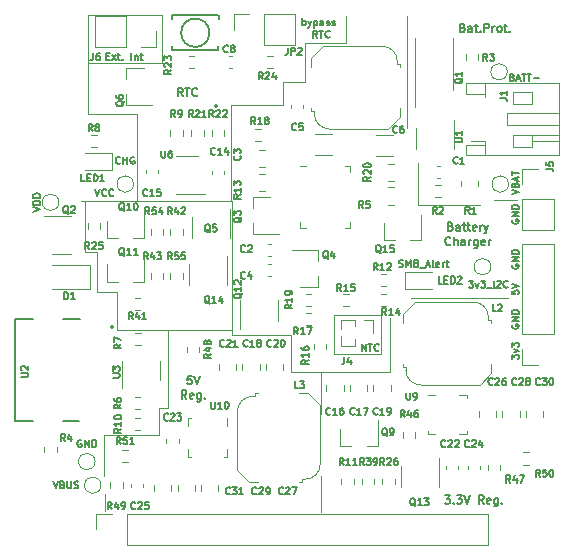
<source format=gbr>
G04 #@! TF.GenerationSoftware,KiCad,Pcbnew,(5.1.8)-1*
G04 #@! TF.CreationDate,2021-08-04T08:25:39+02:00*
G04 #@! TF.ProjectId,SuperPower-uC-KiCad,53757065-7250-46f7-9765-722d75432d4b,rev?*
G04 #@! TF.SameCoordinates,Original*
G04 #@! TF.FileFunction,Legend,Top*
G04 #@! TF.FilePolarity,Positive*
%FSLAX46Y46*%
G04 Gerber Fmt 4.6, Leading zero omitted, Abs format (unit mm)*
G04 Created by KiCad (PCBNEW (5.1.8)-1) date 2021-08-04 08:25:39*
%MOMM*%
%LPD*%
G01*
G04 APERTURE LIST*
%ADD10C,0.150000*%
%ADD11C,0.120000*%
%ADD12C,0.175000*%
%ADD13C,0.200000*%
G04 APERTURE END LIST*
D10*
X149517571Y-96507857D02*
X149603285Y-96536428D01*
X149746142Y-96536428D01*
X149803285Y-96507857D01*
X149831857Y-96479285D01*
X149860428Y-96422142D01*
X149860428Y-96365000D01*
X149831857Y-96307857D01*
X149803285Y-96279285D01*
X149746142Y-96250714D01*
X149631857Y-96222142D01*
X149574714Y-96193571D01*
X149546142Y-96165000D01*
X149517571Y-96107857D01*
X149517571Y-96050714D01*
X149546142Y-95993571D01*
X149574714Y-95965000D01*
X149631857Y-95936428D01*
X149774714Y-95936428D01*
X149860428Y-95965000D01*
X150117571Y-96536428D02*
X150117571Y-95936428D01*
X150317571Y-96365000D01*
X150517571Y-95936428D01*
X150517571Y-96536428D01*
X151003285Y-96222142D02*
X151089000Y-96250714D01*
X151117571Y-96279285D01*
X151146142Y-96336428D01*
X151146142Y-96422142D01*
X151117571Y-96479285D01*
X151089000Y-96507857D01*
X151031857Y-96536428D01*
X150803285Y-96536428D01*
X150803285Y-95936428D01*
X151003285Y-95936428D01*
X151060428Y-95965000D01*
X151089000Y-95993571D01*
X151117571Y-96050714D01*
X151117571Y-96107857D01*
X151089000Y-96165000D01*
X151060428Y-96193571D01*
X151003285Y-96222142D01*
X150803285Y-96222142D01*
X151260428Y-96593571D02*
X151717571Y-96593571D01*
X151831857Y-96365000D02*
X152117571Y-96365000D01*
X151774714Y-96536428D02*
X151974714Y-95936428D01*
X152174714Y-96536428D01*
X152460428Y-96536428D02*
X152403285Y-96507857D01*
X152374714Y-96450714D01*
X152374714Y-95936428D01*
X152917571Y-96507857D02*
X152860428Y-96536428D01*
X152746142Y-96536428D01*
X152689000Y-96507857D01*
X152660428Y-96450714D01*
X152660428Y-96222142D01*
X152689000Y-96165000D01*
X152746142Y-96136428D01*
X152860428Y-96136428D01*
X152917571Y-96165000D01*
X152946142Y-96222142D01*
X152946142Y-96279285D01*
X152660428Y-96336428D01*
X153203285Y-96536428D02*
X153203285Y-96136428D01*
X153203285Y-96250714D02*
X153231857Y-96193571D01*
X153260428Y-96165000D01*
X153317571Y-96136428D01*
X153374714Y-96136428D01*
X153489000Y-96136428D02*
X153717571Y-96136428D01*
X153574714Y-95936428D02*
X153574714Y-96450714D01*
X153603285Y-96507857D01*
X153660428Y-96536428D01*
X153717571Y-96536428D01*
D11*
X151089000Y-87757500D02*
X151089000Y-91249500D01*
D10*
X123789000Y-89936428D02*
X123989000Y-90536428D01*
X124189000Y-89936428D01*
X124731857Y-90479285D02*
X124703285Y-90507857D01*
X124617571Y-90536428D01*
X124560428Y-90536428D01*
X124474714Y-90507857D01*
X124417571Y-90450714D01*
X124389000Y-90393571D01*
X124360428Y-90279285D01*
X124360428Y-90193571D01*
X124389000Y-90079285D01*
X124417571Y-90022142D01*
X124474714Y-89965000D01*
X124560428Y-89936428D01*
X124617571Y-89936428D01*
X124703285Y-89965000D01*
X124731857Y-89993571D01*
X125331857Y-90479285D02*
X125303285Y-90507857D01*
X125217571Y-90536428D01*
X125160428Y-90536428D01*
X125074714Y-90507857D01*
X125017571Y-90450714D01*
X124989000Y-90393571D01*
X124960428Y-90279285D01*
X124960428Y-90193571D01*
X124989000Y-90079285D01*
X125017571Y-90022142D01*
X125074714Y-89965000D01*
X125160428Y-89936428D01*
X125217571Y-89936428D01*
X125303285Y-89965000D01*
X125331857Y-89993571D01*
D11*
X139700000Y-80899000D02*
X141541500Y-80899000D01*
X145034000Y-77533500D02*
X145034000Y-75247500D01*
X141541500Y-77533500D02*
X145034000Y-77533500D01*
X156337000Y-91249500D02*
X151089000Y-91249500D01*
X159512000Y-90868500D02*
X157543500Y-90868500D01*
X150177500Y-75247500D02*
X150177500Y-84772500D01*
D10*
X159056428Y-104346285D02*
X159056428Y-103974857D01*
X159285000Y-104174857D01*
X159285000Y-104089142D01*
X159313571Y-104032000D01*
X159342142Y-104003428D01*
X159399285Y-103974857D01*
X159542142Y-103974857D01*
X159599285Y-104003428D01*
X159627857Y-104032000D01*
X159656428Y-104089142D01*
X159656428Y-104260571D01*
X159627857Y-104317714D01*
X159599285Y-104346285D01*
X159256428Y-103774857D02*
X159656428Y-103632000D01*
X159256428Y-103489142D01*
X159056428Y-103317714D02*
X159056428Y-102946285D01*
X159285000Y-103146285D01*
X159285000Y-103060571D01*
X159313571Y-103003428D01*
X159342142Y-102974857D01*
X159399285Y-102946285D01*
X159542142Y-102946285D01*
X159599285Y-102974857D01*
X159627857Y-103003428D01*
X159656428Y-103060571D01*
X159656428Y-103232000D01*
X159627857Y-103289142D01*
X159599285Y-103317714D01*
X159085000Y-101422142D02*
X159056428Y-101479285D01*
X159056428Y-101565000D01*
X159085000Y-101650714D01*
X159142142Y-101707857D01*
X159199285Y-101736428D01*
X159313571Y-101765000D01*
X159399285Y-101765000D01*
X159513571Y-101736428D01*
X159570714Y-101707857D01*
X159627857Y-101650714D01*
X159656428Y-101565000D01*
X159656428Y-101507857D01*
X159627857Y-101422142D01*
X159599285Y-101393571D01*
X159399285Y-101393571D01*
X159399285Y-101507857D01*
X159656428Y-101136428D02*
X159056428Y-101136428D01*
X159656428Y-100793571D01*
X159056428Y-100793571D01*
X159656428Y-100507857D02*
X159056428Y-100507857D01*
X159056428Y-100365000D01*
X159085000Y-100279285D01*
X159142142Y-100222142D01*
X159199285Y-100193571D01*
X159313571Y-100165000D01*
X159399285Y-100165000D01*
X159513571Y-100193571D01*
X159570714Y-100222142D01*
X159627857Y-100279285D01*
X159656428Y-100365000D01*
X159656428Y-100507857D01*
X159056428Y-98539285D02*
X159056428Y-98825000D01*
X159342142Y-98853571D01*
X159313571Y-98825000D01*
X159285000Y-98767857D01*
X159285000Y-98625000D01*
X159313571Y-98567857D01*
X159342142Y-98539285D01*
X159399285Y-98510714D01*
X159542142Y-98510714D01*
X159599285Y-98539285D01*
X159627857Y-98567857D01*
X159656428Y-98625000D01*
X159656428Y-98767857D01*
X159627857Y-98825000D01*
X159599285Y-98853571D01*
X159056428Y-98339285D02*
X159656428Y-98139285D01*
X159056428Y-97939285D01*
X159085000Y-96342142D02*
X159056428Y-96399285D01*
X159056428Y-96485000D01*
X159085000Y-96570714D01*
X159142142Y-96627857D01*
X159199285Y-96656428D01*
X159313571Y-96685000D01*
X159399285Y-96685000D01*
X159513571Y-96656428D01*
X159570714Y-96627857D01*
X159627857Y-96570714D01*
X159656428Y-96485000D01*
X159656428Y-96427857D01*
X159627857Y-96342142D01*
X159599285Y-96313571D01*
X159399285Y-96313571D01*
X159399285Y-96427857D01*
X159656428Y-96056428D02*
X159056428Y-96056428D01*
X159656428Y-95713571D01*
X159056428Y-95713571D01*
X159656428Y-95427857D02*
X159056428Y-95427857D01*
X159056428Y-95285000D01*
X159085000Y-95199285D01*
X159142142Y-95142142D01*
X159199285Y-95113571D01*
X159313571Y-95085000D01*
X159399285Y-95085000D01*
X159513571Y-95113571D01*
X159570714Y-95142142D01*
X159627857Y-95199285D01*
X159656428Y-95285000D01*
X159656428Y-95427857D01*
X159085000Y-92532142D02*
X159056428Y-92589285D01*
X159056428Y-92675000D01*
X159085000Y-92760714D01*
X159142142Y-92817857D01*
X159199285Y-92846428D01*
X159313571Y-92875000D01*
X159399285Y-92875000D01*
X159513571Y-92846428D01*
X159570714Y-92817857D01*
X159627857Y-92760714D01*
X159656428Y-92675000D01*
X159656428Y-92617857D01*
X159627857Y-92532142D01*
X159599285Y-92503571D01*
X159399285Y-92503571D01*
X159399285Y-92617857D01*
X159656428Y-92246428D02*
X159056428Y-92246428D01*
X159656428Y-91903571D01*
X159056428Y-91903571D01*
X159656428Y-91617857D02*
X159056428Y-91617857D01*
X159056428Y-91475000D01*
X159085000Y-91389285D01*
X159142142Y-91332142D01*
X159199285Y-91303571D01*
X159313571Y-91275000D01*
X159399285Y-91275000D01*
X159513571Y-91303571D01*
X159570714Y-91332142D01*
X159627857Y-91389285D01*
X159656428Y-91475000D01*
X159656428Y-91617857D01*
X159104142Y-80475142D02*
X159189857Y-80503714D01*
X159218428Y-80532285D01*
X159247000Y-80589428D01*
X159247000Y-80675142D01*
X159218428Y-80732285D01*
X159189857Y-80760857D01*
X159132714Y-80789428D01*
X158904142Y-80789428D01*
X158904142Y-80189428D01*
X159104142Y-80189428D01*
X159161285Y-80218000D01*
X159189857Y-80246571D01*
X159218428Y-80303714D01*
X159218428Y-80360857D01*
X159189857Y-80418000D01*
X159161285Y-80446571D01*
X159104142Y-80475142D01*
X158904142Y-80475142D01*
X159475571Y-80618000D02*
X159761285Y-80618000D01*
X159418428Y-80789428D02*
X159618428Y-80189428D01*
X159818428Y-80789428D01*
X159932714Y-80189428D02*
X160275571Y-80189428D01*
X160104142Y-80789428D02*
X160104142Y-80189428D01*
X160389857Y-80189428D02*
X160732714Y-80189428D01*
X160561285Y-80789428D02*
X160561285Y-80189428D01*
X160932714Y-80560857D02*
X161389857Y-80560857D01*
X118543428Y-91859000D02*
X119143428Y-91659000D01*
X118543428Y-91459000D01*
X119143428Y-91259000D02*
X118543428Y-91259000D01*
X118543428Y-91116142D01*
X118572000Y-91030428D01*
X118629142Y-90973285D01*
X118686285Y-90944714D01*
X118800571Y-90916142D01*
X118886285Y-90916142D01*
X119000571Y-90944714D01*
X119057714Y-90973285D01*
X119114857Y-91030428D01*
X119143428Y-91116142D01*
X119143428Y-91259000D01*
X119143428Y-90659000D02*
X118543428Y-90659000D01*
X118543428Y-90516142D01*
X118572000Y-90430428D01*
X118629142Y-90373285D01*
X118686285Y-90344714D01*
X118800571Y-90316142D01*
X118886285Y-90316142D01*
X119000571Y-90344714D01*
X119057714Y-90373285D01*
X119114857Y-90430428D01*
X119143428Y-90516142D01*
X119143428Y-90659000D01*
X120239000Y-114686428D02*
X120439000Y-115286428D01*
X120639000Y-114686428D01*
X121039000Y-114972142D02*
X121124714Y-115000714D01*
X121153285Y-115029285D01*
X121181857Y-115086428D01*
X121181857Y-115172142D01*
X121153285Y-115229285D01*
X121124714Y-115257857D01*
X121067571Y-115286428D01*
X120839000Y-115286428D01*
X120839000Y-114686428D01*
X121039000Y-114686428D01*
X121096142Y-114715000D01*
X121124714Y-114743571D01*
X121153285Y-114800714D01*
X121153285Y-114857857D01*
X121124714Y-114915000D01*
X121096142Y-114943571D01*
X121039000Y-114972142D01*
X120839000Y-114972142D01*
X121439000Y-114686428D02*
X121439000Y-115172142D01*
X121467571Y-115229285D01*
X121496142Y-115257857D01*
X121553285Y-115286428D01*
X121667571Y-115286428D01*
X121724714Y-115257857D01*
X121753285Y-115229285D01*
X121781857Y-115172142D01*
X121781857Y-114686428D01*
X122039000Y-115257857D02*
X122124714Y-115286428D01*
X122267571Y-115286428D01*
X122324714Y-115257857D01*
X122353285Y-115229285D01*
X122381857Y-115172142D01*
X122381857Y-115115000D01*
X122353285Y-115057857D01*
X122324714Y-115029285D01*
X122267571Y-115000714D01*
X122153285Y-114972142D01*
X122096142Y-114943571D01*
X122067571Y-114915000D01*
X122039000Y-114857857D01*
X122039000Y-114800714D01*
X122067571Y-114743571D01*
X122096142Y-114715000D01*
X122153285Y-114686428D01*
X122296142Y-114686428D01*
X122381857Y-114715000D01*
X122631857Y-111215000D02*
X122574714Y-111186428D01*
X122489000Y-111186428D01*
X122403285Y-111215000D01*
X122346142Y-111272142D01*
X122317571Y-111329285D01*
X122289000Y-111443571D01*
X122289000Y-111529285D01*
X122317571Y-111643571D01*
X122346142Y-111700714D01*
X122403285Y-111757857D01*
X122489000Y-111786428D01*
X122546142Y-111786428D01*
X122631857Y-111757857D01*
X122660428Y-111729285D01*
X122660428Y-111529285D01*
X122546142Y-111529285D01*
X122917571Y-111786428D02*
X122917571Y-111186428D01*
X123260428Y-111786428D01*
X123260428Y-111186428D01*
X123546142Y-111786428D02*
X123546142Y-111186428D01*
X123689000Y-111186428D01*
X123774714Y-111215000D01*
X123831857Y-111272142D01*
X123860428Y-111329285D01*
X123889000Y-111443571D01*
X123889000Y-111529285D01*
X123860428Y-111643571D01*
X123831857Y-111700714D01*
X123774714Y-111757857D01*
X123689000Y-111786428D01*
X123546142Y-111786428D01*
X159056428Y-90393714D02*
X159656428Y-90193714D01*
X159056428Y-89993714D01*
X159342142Y-89593714D02*
X159370714Y-89508000D01*
X159399285Y-89479428D01*
X159456428Y-89450857D01*
X159542142Y-89450857D01*
X159599285Y-89479428D01*
X159627857Y-89508000D01*
X159656428Y-89565142D01*
X159656428Y-89793714D01*
X159056428Y-89793714D01*
X159056428Y-89593714D01*
X159085000Y-89536571D01*
X159113571Y-89508000D01*
X159170714Y-89479428D01*
X159227857Y-89479428D01*
X159285000Y-89508000D01*
X159313571Y-89536571D01*
X159342142Y-89593714D01*
X159342142Y-89793714D01*
X159485000Y-89222285D02*
X159485000Y-88936571D01*
X159656428Y-89279428D02*
X159056428Y-89079428D01*
X159656428Y-88879428D01*
X159056428Y-88765142D02*
X159056428Y-88422285D01*
X159656428Y-88593714D02*
X159056428Y-88593714D01*
X155417571Y-97686428D02*
X155789000Y-97686428D01*
X155589000Y-97915000D01*
X155674714Y-97915000D01*
X155731857Y-97943571D01*
X155760428Y-97972142D01*
X155789000Y-98029285D01*
X155789000Y-98172142D01*
X155760428Y-98229285D01*
X155731857Y-98257857D01*
X155674714Y-98286428D01*
X155503285Y-98286428D01*
X155446142Y-98257857D01*
X155417571Y-98229285D01*
X155989000Y-97886428D02*
X156131857Y-98286428D01*
X156274714Y-97886428D01*
X156446142Y-97686428D02*
X156817571Y-97686428D01*
X156617571Y-97915000D01*
X156703285Y-97915000D01*
X156760428Y-97943571D01*
X156789000Y-97972142D01*
X156817571Y-98029285D01*
X156817571Y-98172142D01*
X156789000Y-98229285D01*
X156760428Y-98257857D01*
X156703285Y-98286428D01*
X156531857Y-98286428D01*
X156474714Y-98257857D01*
X156446142Y-98229285D01*
X156931857Y-98343571D02*
X157389000Y-98343571D01*
X157531857Y-98286428D02*
X157531857Y-97686428D01*
X157789000Y-97743571D02*
X157817571Y-97715000D01*
X157874714Y-97686428D01*
X158017571Y-97686428D01*
X158074714Y-97715000D01*
X158103285Y-97743571D01*
X158131857Y-97800714D01*
X158131857Y-97857857D01*
X158103285Y-97943571D01*
X157760428Y-98286428D01*
X158131857Y-98286428D01*
X158731857Y-98229285D02*
X158703285Y-98257857D01*
X158617571Y-98286428D01*
X158560428Y-98286428D01*
X158474714Y-98257857D01*
X158417571Y-98200714D01*
X158389000Y-98143571D01*
X158360428Y-98029285D01*
X158360428Y-97943571D01*
X158389000Y-97829285D01*
X158417571Y-97772142D01*
X158474714Y-97715000D01*
X158560428Y-97686428D01*
X158617571Y-97686428D01*
X158703285Y-97715000D01*
X158731857Y-97743571D01*
D11*
X124589000Y-115765000D02*
X124589000Y-117228164D01*
X127339000Y-83566000D02*
X127339000Y-90932000D01*
X123190000Y-83566000D02*
X127339000Y-83566000D01*
D10*
X125910428Y-87729285D02*
X125881857Y-87757857D01*
X125796142Y-87786428D01*
X125739000Y-87786428D01*
X125653285Y-87757857D01*
X125596142Y-87700714D01*
X125567571Y-87643571D01*
X125539000Y-87529285D01*
X125539000Y-87443571D01*
X125567571Y-87329285D01*
X125596142Y-87272142D01*
X125653285Y-87215000D01*
X125739000Y-87186428D01*
X125796142Y-87186428D01*
X125881857Y-87215000D01*
X125910428Y-87243571D01*
X126167571Y-87786428D02*
X126167571Y-87186428D01*
X126167571Y-87472142D02*
X126510428Y-87472142D01*
X126510428Y-87786428D02*
X126510428Y-87186428D01*
X127110428Y-87215000D02*
X127053285Y-87186428D01*
X126967571Y-87186428D01*
X126881857Y-87215000D01*
X126824714Y-87272142D01*
X126796142Y-87329285D01*
X126767571Y-87443571D01*
X126767571Y-87529285D01*
X126796142Y-87643571D01*
X126824714Y-87700714D01*
X126881857Y-87757857D01*
X126967571Y-87786428D01*
X127024714Y-87786428D01*
X127110428Y-87757857D01*
X127139000Y-87729285D01*
X127139000Y-87529285D01*
X127024714Y-87529285D01*
D11*
X142875000Y-114265000D02*
X142875000Y-117265000D01*
D12*
X153405666Y-115881666D02*
X153839000Y-115881666D01*
X153605666Y-116148333D01*
X153705666Y-116148333D01*
X153772333Y-116181666D01*
X153805666Y-116215000D01*
X153839000Y-116281666D01*
X153839000Y-116448333D01*
X153805666Y-116515000D01*
X153772333Y-116548333D01*
X153705666Y-116581666D01*
X153505666Y-116581666D01*
X153439000Y-116548333D01*
X153405666Y-116515000D01*
X154139000Y-116515000D02*
X154172333Y-116548333D01*
X154139000Y-116581666D01*
X154105666Y-116548333D01*
X154139000Y-116515000D01*
X154139000Y-116581666D01*
X154405666Y-115881666D02*
X154839000Y-115881666D01*
X154605666Y-116148333D01*
X154705666Y-116148333D01*
X154772333Y-116181666D01*
X154805666Y-116215000D01*
X154839000Y-116281666D01*
X154839000Y-116448333D01*
X154805666Y-116515000D01*
X154772333Y-116548333D01*
X154705666Y-116581666D01*
X154505666Y-116581666D01*
X154439000Y-116548333D01*
X154405666Y-116515000D01*
X155039000Y-115881666D02*
X155272333Y-116581666D01*
X155505666Y-115881666D01*
X156672333Y-116581666D02*
X156439000Y-116248333D01*
X156272333Y-116581666D02*
X156272333Y-115881666D01*
X156539000Y-115881666D01*
X156605666Y-115915000D01*
X156639000Y-115948333D01*
X156672333Y-116015000D01*
X156672333Y-116115000D01*
X156639000Y-116181666D01*
X156605666Y-116215000D01*
X156539000Y-116248333D01*
X156272333Y-116248333D01*
X157239000Y-116548333D02*
X157172333Y-116581666D01*
X157039000Y-116581666D01*
X156972333Y-116548333D01*
X156939000Y-116481666D01*
X156939000Y-116215000D01*
X156972333Y-116148333D01*
X157039000Y-116115000D01*
X157172333Y-116115000D01*
X157239000Y-116148333D01*
X157272333Y-116215000D01*
X157272333Y-116281666D01*
X156939000Y-116348333D01*
X157872333Y-116115000D02*
X157872333Y-116681666D01*
X157839000Y-116748333D01*
X157805666Y-116781666D01*
X157739000Y-116815000D01*
X157639000Y-116815000D01*
X157572333Y-116781666D01*
X157872333Y-116548333D02*
X157805666Y-116581666D01*
X157672333Y-116581666D01*
X157605666Y-116548333D01*
X157572333Y-116515000D01*
X157539000Y-116448333D01*
X157539000Y-116248333D01*
X157572333Y-116181666D01*
X157605666Y-116148333D01*
X157672333Y-116115000D01*
X157805666Y-116115000D01*
X157872333Y-116148333D01*
X158205666Y-116515000D02*
X158239000Y-116548333D01*
X158205666Y-116581666D01*
X158172333Y-116548333D01*
X158205666Y-116515000D01*
X158205666Y-116581666D01*
D11*
X142875000Y-105410000D02*
X142875000Y-108966000D01*
X124551998Y-110765000D02*
X124551998Y-114265000D01*
X129159000Y-110765000D02*
X124589000Y-110765000D01*
X129159000Y-108515000D02*
X129159000Y-110765000D01*
X129921000Y-108515000D02*
X129159000Y-108515000D01*
X129921000Y-101854000D02*
X129921000Y-108515000D01*
D12*
X153889000Y-93102500D02*
X153989000Y-93135833D01*
X154022333Y-93169166D01*
X154055666Y-93235833D01*
X154055666Y-93335833D01*
X154022333Y-93402500D01*
X153989000Y-93435833D01*
X153922333Y-93469166D01*
X153655666Y-93469166D01*
X153655666Y-92769166D01*
X153889000Y-92769166D01*
X153955666Y-92802500D01*
X153989000Y-92835833D01*
X154022333Y-92902500D01*
X154022333Y-92969166D01*
X153989000Y-93035833D01*
X153955666Y-93069166D01*
X153889000Y-93102500D01*
X153655666Y-93102500D01*
X154655666Y-93469166D02*
X154655666Y-93102500D01*
X154622333Y-93035833D01*
X154555666Y-93002500D01*
X154422333Y-93002500D01*
X154355666Y-93035833D01*
X154655666Y-93435833D02*
X154589000Y-93469166D01*
X154422333Y-93469166D01*
X154355666Y-93435833D01*
X154322333Y-93369166D01*
X154322333Y-93302500D01*
X154355666Y-93235833D01*
X154422333Y-93202500D01*
X154589000Y-93202500D01*
X154655666Y-93169166D01*
X154889000Y-93002500D02*
X155155666Y-93002500D01*
X154989000Y-92769166D02*
X154989000Y-93369166D01*
X155022333Y-93435833D01*
X155089000Y-93469166D01*
X155155666Y-93469166D01*
X155289000Y-93002500D02*
X155555666Y-93002500D01*
X155389000Y-92769166D02*
X155389000Y-93369166D01*
X155422333Y-93435833D01*
X155489000Y-93469166D01*
X155555666Y-93469166D01*
X156055666Y-93435833D02*
X155989000Y-93469166D01*
X155855666Y-93469166D01*
X155789000Y-93435833D01*
X155755666Y-93369166D01*
X155755666Y-93102500D01*
X155789000Y-93035833D01*
X155855666Y-93002500D01*
X155989000Y-93002500D01*
X156055666Y-93035833D01*
X156089000Y-93102500D01*
X156089000Y-93169166D01*
X155755666Y-93235833D01*
X156389000Y-93469166D02*
X156389000Y-93002500D01*
X156389000Y-93135833D02*
X156422333Y-93069166D01*
X156455666Y-93035833D01*
X156522333Y-93002500D01*
X156589000Y-93002500D01*
X156755666Y-93002500D02*
X156922333Y-93469166D01*
X157089000Y-93002500D02*
X156922333Y-93469166D01*
X156855666Y-93635833D01*
X156822333Y-93669166D01*
X156755666Y-93702500D01*
X153872333Y-94627500D02*
X153839000Y-94660833D01*
X153739000Y-94694166D01*
X153672333Y-94694166D01*
X153572333Y-94660833D01*
X153505666Y-94594166D01*
X153472333Y-94527500D01*
X153439000Y-94394166D01*
X153439000Y-94294166D01*
X153472333Y-94160833D01*
X153505666Y-94094166D01*
X153572333Y-94027500D01*
X153672333Y-93994166D01*
X153739000Y-93994166D01*
X153839000Y-94027500D01*
X153872333Y-94060833D01*
X154172333Y-94694166D02*
X154172333Y-93994166D01*
X154472333Y-94694166D02*
X154472333Y-94327500D01*
X154439000Y-94260833D01*
X154372333Y-94227500D01*
X154272333Y-94227500D01*
X154205666Y-94260833D01*
X154172333Y-94294166D01*
X155105666Y-94694166D02*
X155105666Y-94327500D01*
X155072333Y-94260833D01*
X155005666Y-94227500D01*
X154872333Y-94227500D01*
X154805666Y-94260833D01*
X155105666Y-94660833D02*
X155039000Y-94694166D01*
X154872333Y-94694166D01*
X154805666Y-94660833D01*
X154772333Y-94594166D01*
X154772333Y-94527500D01*
X154805666Y-94460833D01*
X154872333Y-94427500D01*
X155039000Y-94427500D01*
X155105666Y-94394166D01*
X155439000Y-94694166D02*
X155439000Y-94227500D01*
X155439000Y-94360833D02*
X155472333Y-94294166D01*
X155505666Y-94260833D01*
X155572333Y-94227500D01*
X155639000Y-94227500D01*
X156172333Y-94227500D02*
X156172333Y-94794166D01*
X156139000Y-94860833D01*
X156105666Y-94894166D01*
X156039000Y-94927500D01*
X155939000Y-94927500D01*
X155872333Y-94894166D01*
X156172333Y-94660833D02*
X156105666Y-94694166D01*
X155972333Y-94694166D01*
X155905666Y-94660833D01*
X155872333Y-94627500D01*
X155839000Y-94560833D01*
X155839000Y-94360833D01*
X155872333Y-94294166D01*
X155905666Y-94260833D01*
X155972333Y-94227500D01*
X156105666Y-94227500D01*
X156172333Y-94260833D01*
X156772333Y-94660833D02*
X156705666Y-94694166D01*
X156572333Y-94694166D01*
X156505666Y-94660833D01*
X156472333Y-94594166D01*
X156472333Y-94327500D01*
X156505666Y-94260833D01*
X156572333Y-94227500D01*
X156705666Y-94227500D01*
X156772333Y-94260833D01*
X156805666Y-94327500D01*
X156805666Y-94394166D01*
X156472333Y-94460833D01*
X157105666Y-94694166D02*
X157105666Y-94227500D01*
X157105666Y-94360833D02*
X157139000Y-94294166D01*
X157172333Y-94260833D01*
X157239000Y-94227500D01*
X157305666Y-94227500D01*
D11*
X135382000Y-102265000D02*
X135382000Y-101854000D01*
X140339000Y-102265000D02*
X135382000Y-102265000D01*
X140339000Y-105410000D02*
X140339000Y-102265000D01*
X148717000Y-105410000D02*
X140339000Y-105410000D01*
X148717000Y-100838000D02*
X148717000Y-105410000D01*
X158750000Y-99187000D02*
X150558500Y-99187000D01*
X139700000Y-80899000D02*
X139700000Y-82804000D01*
X122555000Y-90932000D02*
X123190000Y-90932000D01*
X122936000Y-95250000D02*
X122936000Y-90932000D01*
X123952000Y-95250000D02*
X122936000Y-95250000D01*
X123952000Y-98679000D02*
X123952000Y-95250000D01*
X125603000Y-98679000D02*
X123952000Y-98679000D01*
X125603000Y-101854000D02*
X125603000Y-98679000D01*
X135382000Y-101854000D02*
X125603000Y-101854000D01*
X135382000Y-90932000D02*
X135382000Y-101854000D01*
D12*
X131189000Y-82081666D02*
X130955666Y-81748333D01*
X130789000Y-82081666D02*
X130789000Y-81381666D01*
X131055666Y-81381666D01*
X131122333Y-81415000D01*
X131155666Y-81448333D01*
X131189000Y-81515000D01*
X131189000Y-81615000D01*
X131155666Y-81681666D01*
X131122333Y-81715000D01*
X131055666Y-81748333D01*
X130789000Y-81748333D01*
X131389000Y-81381666D02*
X131789000Y-81381666D01*
X131589000Y-82081666D02*
X131589000Y-81381666D01*
X132422333Y-82015000D02*
X132389000Y-82048333D01*
X132289000Y-82081666D01*
X132222333Y-82081666D01*
X132122333Y-82048333D01*
X132055666Y-81981666D01*
X132022333Y-81915000D01*
X131989000Y-81781666D01*
X131989000Y-81681666D01*
X132022333Y-81548333D01*
X132055666Y-81481666D01*
X132122333Y-81415000D01*
X132222333Y-81381666D01*
X132289000Y-81381666D01*
X132389000Y-81415000D01*
X132422333Y-81448333D01*
D11*
X123190000Y-83566000D02*
X123190000Y-79629000D01*
X135255000Y-90932000D02*
X123190000Y-90932000D01*
X135255000Y-82804000D02*
X135255000Y-90932000D01*
X139700000Y-82804000D02*
X135255000Y-82804000D01*
X129413000Y-75184000D02*
X129413000Y-79248000D01*
X123190000Y-75184000D02*
X129413000Y-75184000D01*
X123190000Y-79629000D02*
X123190000Y-75184000D01*
X129413000Y-79248000D02*
X123190000Y-79248000D01*
D10*
X124738000Y-78697142D02*
X124938000Y-78697142D01*
X125023714Y-79011428D02*
X124738000Y-79011428D01*
X124738000Y-78411428D01*
X125023714Y-78411428D01*
X125223714Y-79011428D02*
X125538000Y-78611428D01*
X125223714Y-78611428D02*
X125538000Y-79011428D01*
X125680857Y-78611428D02*
X125909428Y-78611428D01*
X125766571Y-78411428D02*
X125766571Y-78925714D01*
X125795142Y-78982857D01*
X125852285Y-79011428D01*
X125909428Y-79011428D01*
X126109428Y-78954285D02*
X126138000Y-78982857D01*
X126109428Y-79011428D01*
X126080857Y-78982857D01*
X126109428Y-78954285D01*
X126109428Y-79011428D01*
X126852285Y-79011428D02*
X126852285Y-78411428D01*
X127138000Y-78611428D02*
X127138000Y-79011428D01*
X127138000Y-78668571D02*
X127166571Y-78640000D01*
X127223714Y-78611428D01*
X127309428Y-78611428D01*
X127366571Y-78640000D01*
X127395142Y-78697142D01*
X127395142Y-79011428D01*
X127595142Y-78611428D02*
X127823714Y-78611428D01*
X127680857Y-78411428D02*
X127680857Y-78925714D01*
X127709428Y-78982857D01*
X127766571Y-79011428D01*
X127823714Y-79011428D01*
X146366000Y-103649428D02*
X146366000Y-103049428D01*
X146708857Y-103649428D01*
X146708857Y-103049428D01*
X146908857Y-103049428D02*
X147251714Y-103049428D01*
X147080285Y-103649428D02*
X147080285Y-103049428D01*
X147794571Y-103592285D02*
X147766000Y-103620857D01*
X147680285Y-103649428D01*
X147623142Y-103649428D01*
X147537428Y-103620857D01*
X147480285Y-103563714D01*
X147451714Y-103506571D01*
X147423142Y-103392285D01*
X147423142Y-103306571D01*
X147451714Y-103192285D01*
X147480285Y-103135142D01*
X147537428Y-103078000D01*
X147623142Y-103049428D01*
X147680285Y-103049428D01*
X147766000Y-103078000D01*
X147794571Y-103106571D01*
D11*
X141541500Y-80899000D02*
X141541500Y-77533500D01*
D10*
X141324214Y-76073428D02*
X141324214Y-75473428D01*
X141324214Y-75702000D02*
X141381357Y-75673428D01*
X141495642Y-75673428D01*
X141552785Y-75702000D01*
X141581357Y-75730571D01*
X141609928Y-75787714D01*
X141609928Y-75959142D01*
X141581357Y-76016285D01*
X141552785Y-76044857D01*
X141495642Y-76073428D01*
X141381357Y-76073428D01*
X141324214Y-76044857D01*
X141809928Y-75673428D02*
X141952785Y-76073428D01*
X142095642Y-75673428D02*
X141952785Y-76073428D01*
X141895642Y-76216285D01*
X141867071Y-76244857D01*
X141809928Y-76273428D01*
X142324214Y-75673428D02*
X142324214Y-76273428D01*
X142324214Y-75702000D02*
X142381357Y-75673428D01*
X142495642Y-75673428D01*
X142552785Y-75702000D01*
X142581357Y-75730571D01*
X142609928Y-75787714D01*
X142609928Y-75959142D01*
X142581357Y-76016285D01*
X142552785Y-76044857D01*
X142495642Y-76073428D01*
X142381357Y-76073428D01*
X142324214Y-76044857D01*
X143124214Y-76073428D02*
X143124214Y-75759142D01*
X143095642Y-75702000D01*
X143038500Y-75673428D01*
X142924214Y-75673428D01*
X142867071Y-75702000D01*
X143124214Y-76044857D02*
X143067071Y-76073428D01*
X142924214Y-76073428D01*
X142867071Y-76044857D01*
X142838500Y-75987714D01*
X142838500Y-75930571D01*
X142867071Y-75873428D01*
X142924214Y-75844857D01*
X143067071Y-75844857D01*
X143124214Y-75816285D01*
X143381357Y-76044857D02*
X143438500Y-76073428D01*
X143552785Y-76073428D01*
X143609928Y-76044857D01*
X143638500Y-75987714D01*
X143638500Y-75959142D01*
X143609928Y-75902000D01*
X143552785Y-75873428D01*
X143467071Y-75873428D01*
X143409928Y-75844857D01*
X143381357Y-75787714D01*
X143381357Y-75759142D01*
X143409928Y-75702000D01*
X143467071Y-75673428D01*
X143552785Y-75673428D01*
X143609928Y-75702000D01*
X143867071Y-76044857D02*
X143924214Y-76073428D01*
X144038500Y-76073428D01*
X144095642Y-76044857D01*
X144124214Y-75987714D01*
X144124214Y-75959142D01*
X144095642Y-75902000D01*
X144038500Y-75873428D01*
X143952785Y-75873428D01*
X143895642Y-75844857D01*
X143867071Y-75787714D01*
X143867071Y-75759142D01*
X143895642Y-75702000D01*
X143952785Y-75673428D01*
X144038500Y-75673428D01*
X144095642Y-75702000D01*
X142595642Y-77123428D02*
X142395642Y-76837714D01*
X142252785Y-77123428D02*
X142252785Y-76523428D01*
X142481357Y-76523428D01*
X142538500Y-76552000D01*
X142567071Y-76580571D01*
X142595642Y-76637714D01*
X142595642Y-76723428D01*
X142567071Y-76780571D01*
X142538500Y-76809142D01*
X142481357Y-76837714D01*
X142252785Y-76837714D01*
X142767071Y-76523428D02*
X143109928Y-76523428D01*
X142938500Y-77123428D02*
X142938500Y-76523428D01*
X143652785Y-77066285D02*
X143624214Y-77094857D01*
X143538500Y-77123428D01*
X143481357Y-77123428D01*
X143395642Y-77094857D01*
X143338500Y-77037714D01*
X143309928Y-76980571D01*
X143281357Y-76866285D01*
X143281357Y-76780571D01*
X143309928Y-76666285D01*
X143338500Y-76609142D01*
X143395642Y-76552000D01*
X143481357Y-76523428D01*
X143538500Y-76523428D01*
X143624214Y-76552000D01*
X143652785Y-76580571D01*
D11*
X147955000Y-100584000D02*
X147955000Y-103886000D01*
X144018000Y-100584000D02*
X147955000Y-100584000D01*
X144018000Y-103886000D02*
X144018000Y-100584000D01*
X147955000Y-103886000D02*
X144018000Y-103886000D01*
D12*
X131955666Y-105769166D02*
X131622333Y-105769166D01*
X131589000Y-106102500D01*
X131622333Y-106069166D01*
X131689000Y-106035833D01*
X131855666Y-106035833D01*
X131922333Y-106069166D01*
X131955666Y-106102500D01*
X131989000Y-106169166D01*
X131989000Y-106335833D01*
X131955666Y-106402500D01*
X131922333Y-106435833D01*
X131855666Y-106469166D01*
X131689000Y-106469166D01*
X131622333Y-106435833D01*
X131589000Y-106402500D01*
X132189000Y-105769166D02*
X132422333Y-106469166D01*
X132655666Y-105769166D01*
X131522333Y-107694166D02*
X131289000Y-107360833D01*
X131122333Y-107694166D02*
X131122333Y-106994166D01*
X131389000Y-106994166D01*
X131455666Y-107027500D01*
X131489000Y-107060833D01*
X131522333Y-107127500D01*
X131522333Y-107227500D01*
X131489000Y-107294166D01*
X131455666Y-107327500D01*
X131389000Y-107360833D01*
X131122333Y-107360833D01*
X132089000Y-107660833D02*
X132022333Y-107694166D01*
X131889000Y-107694166D01*
X131822333Y-107660833D01*
X131789000Y-107594166D01*
X131789000Y-107327500D01*
X131822333Y-107260833D01*
X131889000Y-107227500D01*
X132022333Y-107227500D01*
X132089000Y-107260833D01*
X132122333Y-107327500D01*
X132122333Y-107394166D01*
X131789000Y-107460833D01*
X132722333Y-107227500D02*
X132722333Y-107794166D01*
X132689000Y-107860833D01*
X132655666Y-107894166D01*
X132589000Y-107927500D01*
X132489000Y-107927500D01*
X132422333Y-107894166D01*
X132722333Y-107660833D02*
X132655666Y-107694166D01*
X132522333Y-107694166D01*
X132455666Y-107660833D01*
X132422333Y-107627500D01*
X132389000Y-107560833D01*
X132389000Y-107360833D01*
X132422333Y-107294166D01*
X132455666Y-107260833D01*
X132522333Y-107227500D01*
X132655666Y-107227500D01*
X132722333Y-107260833D01*
X133055666Y-107627500D02*
X133089000Y-107660833D01*
X133055666Y-107694166D01*
X133022333Y-107660833D01*
X133055666Y-107627500D01*
X133055666Y-107694166D01*
X154898166Y-76277000D02*
X154998166Y-76310333D01*
X155031500Y-76343666D01*
X155064833Y-76410333D01*
X155064833Y-76510333D01*
X155031500Y-76577000D01*
X154998166Y-76610333D01*
X154931500Y-76643666D01*
X154664833Y-76643666D01*
X154664833Y-75943666D01*
X154898166Y-75943666D01*
X154964833Y-75977000D01*
X154998166Y-76010333D01*
X155031500Y-76077000D01*
X155031500Y-76143666D01*
X154998166Y-76210333D01*
X154964833Y-76243666D01*
X154898166Y-76277000D01*
X154664833Y-76277000D01*
X155664833Y-76643666D02*
X155664833Y-76277000D01*
X155631500Y-76210333D01*
X155564833Y-76177000D01*
X155431500Y-76177000D01*
X155364833Y-76210333D01*
X155664833Y-76610333D02*
X155598166Y-76643666D01*
X155431500Y-76643666D01*
X155364833Y-76610333D01*
X155331500Y-76543666D01*
X155331500Y-76477000D01*
X155364833Y-76410333D01*
X155431500Y-76377000D01*
X155598166Y-76377000D01*
X155664833Y-76343666D01*
X155898166Y-76177000D02*
X156164833Y-76177000D01*
X155998166Y-75943666D02*
X155998166Y-76543666D01*
X156031500Y-76610333D01*
X156098166Y-76643666D01*
X156164833Y-76643666D01*
X156398166Y-76577000D02*
X156431500Y-76610333D01*
X156398166Y-76643666D01*
X156364833Y-76610333D01*
X156398166Y-76577000D01*
X156398166Y-76643666D01*
X156731500Y-76643666D02*
X156731500Y-75943666D01*
X156998166Y-75943666D01*
X157064833Y-75977000D01*
X157098166Y-76010333D01*
X157131500Y-76077000D01*
X157131500Y-76177000D01*
X157098166Y-76243666D01*
X157064833Y-76277000D01*
X156998166Y-76310333D01*
X156731500Y-76310333D01*
X157431500Y-76643666D02*
X157431500Y-76177000D01*
X157431500Y-76310333D02*
X157464833Y-76243666D01*
X157498166Y-76210333D01*
X157564833Y-76177000D01*
X157631500Y-76177000D01*
X157964833Y-76643666D02*
X157898166Y-76610333D01*
X157864833Y-76577000D01*
X157831500Y-76510333D01*
X157831500Y-76310333D01*
X157864833Y-76243666D01*
X157898166Y-76210333D01*
X157964833Y-76177000D01*
X158064833Y-76177000D01*
X158131500Y-76210333D01*
X158164833Y-76243666D01*
X158198166Y-76310333D01*
X158198166Y-76510333D01*
X158164833Y-76577000D01*
X158131500Y-76610333D01*
X158064833Y-76643666D01*
X157964833Y-76643666D01*
X158398166Y-76177000D02*
X158664833Y-76177000D01*
X158498166Y-75943666D02*
X158498166Y-76543666D01*
X158531500Y-76610333D01*
X158598166Y-76643666D01*
X158664833Y-76643666D01*
X158898166Y-76577000D02*
X158931500Y-76610333D01*
X158898166Y-76643666D01*
X158864833Y-76610333D01*
X158898166Y-76577000D01*
X158898166Y-76643666D01*
D11*
X148611936Y-87780000D02*
X149066064Y-87780000D01*
X148611936Y-89250000D02*
X149066064Y-89250000D01*
X148611936Y-89780000D02*
X149066064Y-89780000D01*
X148611936Y-91250000D02*
X149066064Y-91250000D01*
X127039000Y-89515000D02*
G75*
G03*
X127039000Y-89515000I-700000J0D01*
G01*
X148259000Y-94275000D02*
X149189000Y-94275000D01*
X151419000Y-94275000D02*
X150489000Y-94275000D01*
X151419000Y-94275000D02*
X151419000Y-92115000D01*
X148259000Y-94275000D02*
X148259000Y-92815000D01*
X137162000Y-90622000D02*
X137162000Y-91552000D01*
X137162000Y-93782000D02*
X137162000Y-92852000D01*
X137162000Y-93782000D02*
X139322000Y-93782000D01*
X137162000Y-90622000D02*
X138622000Y-90622000D01*
X130672000Y-90383000D02*
X133122000Y-90383000D01*
X132472000Y-87163000D02*
X130672000Y-87163000D01*
X131689000Y-111985000D02*
X131689000Y-112650000D01*
X134989000Y-109350000D02*
X134989000Y-110015000D01*
X134989000Y-111985000D02*
X134989000Y-112650000D01*
X131689000Y-109350000D02*
X131689000Y-110015000D01*
X134739000Y-112650000D02*
X134989000Y-112650000D01*
X131939000Y-112650000D02*
X131689000Y-112650000D01*
X131689000Y-109350000D02*
X131939000Y-109350000D01*
X154574000Y-110665000D02*
X155239000Y-110665000D01*
X151939000Y-107365000D02*
X152604000Y-107365000D01*
X154574000Y-107365000D02*
X155239000Y-107365000D01*
X151939000Y-110665000D02*
X152604000Y-110665000D01*
X155239000Y-107615000D02*
X155239000Y-107365000D01*
X155239000Y-110415000D02*
X155239000Y-110665000D01*
X151939000Y-110665000D02*
X151939000Y-110415000D01*
X136265000Y-104738748D02*
X136265000Y-105261252D01*
X137735000Y-104738748D02*
X137735000Y-105261252D01*
X138265000Y-104738748D02*
X138265000Y-105261252D01*
X139735000Y-104738748D02*
X139735000Y-105261252D01*
X134265000Y-104738748D02*
X134265000Y-105261252D01*
X135735000Y-104738748D02*
X135735000Y-105261252D01*
X130849000Y-111405580D02*
X130849000Y-111124420D01*
X129829000Y-111405580D02*
X129829000Y-111124420D01*
X127849000Y-114874420D02*
X127849000Y-115155580D01*
X126829000Y-114874420D02*
X126829000Y-115155580D01*
X130235000Y-114988748D02*
X130235000Y-115511252D01*
X128765000Y-114988748D02*
X128765000Y-115511252D01*
X132235000Y-114988748D02*
X132235000Y-115511252D01*
X130765000Y-114988748D02*
X130765000Y-115511252D01*
X134235000Y-114988748D02*
X134235000Y-115511252D01*
X132765000Y-114988748D02*
X132765000Y-115511252D01*
X156349000Y-113374420D02*
X156349000Y-113655580D01*
X155329000Y-113374420D02*
X155329000Y-113655580D01*
X146824000Y-107026252D02*
X146824000Y-106503748D01*
X145354000Y-107026252D02*
X145354000Y-106503748D01*
X144824000Y-107026252D02*
X144824000Y-106503748D01*
X143354000Y-107026252D02*
X143354000Y-106503748D01*
X148824000Y-107026252D02*
X148824000Y-106503748D01*
X147354000Y-107026252D02*
X147354000Y-106503748D01*
X161735000Y-108738748D02*
X161735000Y-109261252D01*
X160265000Y-108738748D02*
X160265000Y-109261252D01*
X159735000Y-108738748D02*
X159735000Y-109261252D01*
X158265000Y-108738748D02*
X158265000Y-109261252D01*
X157735000Y-108738748D02*
X157735000Y-109261252D01*
X156265000Y-108738748D02*
X156265000Y-109261252D01*
D10*
X125349000Y-101625400D02*
G75*
G03*
X125349000Y-101625400I-127000J0D01*
G01*
X117007000Y-100958400D02*
X118531000Y-100958400D01*
X116981000Y-109608400D02*
X116981000Y-100958400D01*
X116967000Y-109608400D02*
X118491000Y-109608400D01*
X122481000Y-100958400D02*
X121084000Y-100958400D01*
X122431000Y-109608400D02*
X121034000Y-109608400D01*
D11*
X142109500Y-83343500D02*
X142109500Y-83093500D01*
X142109500Y-83343500D02*
X142359500Y-83343500D01*
X143609500Y-84843500D02*
X148609500Y-84843500D01*
X142109500Y-78843500D02*
X142109500Y-79613500D01*
X142359500Y-83343500D02*
X142359500Y-83613500D01*
X149359500Y-79343500D02*
X149359500Y-79093500D01*
X149609500Y-83093500D02*
X149609500Y-83843500D01*
X149609500Y-83843500D02*
X148609500Y-84843500D01*
X149359500Y-79343500D02*
X149609500Y-79343500D01*
X149609500Y-79343500D02*
X149609500Y-79593500D01*
X148109500Y-77843500D02*
X143109500Y-77843500D01*
X142109500Y-78843500D02*
X143109500Y-77843500D01*
X148109500Y-77843500D02*
G75*
G02*
X149359500Y-79093500I0J-1250000D01*
G01*
X142359500Y-83593500D02*
G75*
G03*
X143609500Y-84843500I1250000J0D01*
G01*
D10*
X134226300Y-77825600D02*
X134226300Y-78155800D01*
X134226300Y-78155800D02*
X130289300Y-78155800D01*
X130289300Y-78155800D02*
X130289300Y-77825600D01*
X130289300Y-75234800D02*
X134226300Y-75234800D01*
X130276600Y-75565000D02*
X130276600Y-75234800D01*
X134239000Y-75565000D02*
X134239000Y-75234800D01*
X133466527Y-76708000D02*
G75*
G03*
X133466527Y-76708000I-1196027J0D01*
G01*
D11*
X162620000Y-102235000D02*
X159960000Y-102235000D01*
X162620000Y-102235000D02*
X162620000Y-94555000D01*
X162620000Y-94555000D02*
X159960000Y-94555000D01*
X159960000Y-102235000D02*
X159960000Y-94555000D01*
X159960000Y-104835000D02*
X159960000Y-103505000D01*
X161290000Y-104835000D02*
X159960000Y-104835000D01*
X120715000Y-91059000D02*
G75*
G03*
X120715000Y-91059000I-700000J0D01*
G01*
X158688000Y-80010000D02*
G75*
G03*
X158688000Y-80010000I-700000J0D01*
G01*
X157289000Y-96515000D02*
G75*
G03*
X157289000Y-96515000I-700000J0D01*
G01*
X124289000Y-115015000D02*
G75*
G03*
X124289000Y-115015000I-700000J0D01*
G01*
X123789000Y-113015000D02*
G75*
G03*
X123789000Y-113015000I-700000J0D01*
G01*
X158789000Y-89515000D02*
G75*
G03*
X158789000Y-89515000I-700000J0D01*
G01*
X141646400Y-88017200D02*
X141171400Y-88017200D01*
X145391400Y-93237200D02*
X145391400Y-92762200D01*
X144916400Y-93237200D02*
X145391400Y-93237200D01*
X141171400Y-93237200D02*
X141171400Y-92762200D01*
X141646400Y-93237200D02*
X141171400Y-93237200D01*
X145391400Y-88017200D02*
X145391400Y-88492200D01*
X144916400Y-88017200D02*
X145391400Y-88017200D01*
X121767500Y-92253000D02*
X119467500Y-92253000D01*
X120167500Y-95453000D02*
X121767500Y-95453000D01*
X126492000Y-120075000D02*
X126492000Y-117415000D01*
X126492000Y-120075000D02*
X157032000Y-120075000D01*
X157032000Y-120075000D02*
X157032000Y-117415000D01*
X126492000Y-117415000D02*
X157032000Y-117415000D01*
X123892000Y-117415000D02*
X125222000Y-117415000D01*
X123892000Y-118745000D02*
X123892000Y-117415000D01*
X126430500Y-79700000D02*
X126430500Y-80630000D01*
X126430500Y-82860000D02*
X126430500Y-81930000D01*
X126430500Y-82860000D02*
X128590500Y-82860000D01*
X126430500Y-79700000D02*
X127890500Y-79700000D01*
X144638500Y-114943658D02*
X144638500Y-114469142D01*
X145683500Y-114943658D02*
X145683500Y-114469142D01*
X142619000Y-98227000D02*
X141159000Y-98227000D01*
X142619000Y-95067000D02*
X140459000Y-95067000D01*
X142619000Y-95067000D02*
X142619000Y-95997000D01*
X142619000Y-98227000D02*
X142619000Y-97297000D01*
X159960000Y-88205000D02*
X161290000Y-88205000D01*
X159960000Y-89535000D02*
X159960000Y-88205000D01*
X159960000Y-90805000D02*
X162620000Y-90805000D01*
X162620000Y-90805000D02*
X162620000Y-93405000D01*
X159960000Y-90805000D02*
X159960000Y-93405000D01*
X159960000Y-93405000D02*
X162620000Y-93405000D01*
X147318000Y-100998000D02*
X147318000Y-102108000D01*
X146558000Y-100998000D02*
X147318000Y-100998000D01*
X145798000Y-102671471D02*
X145798000Y-103218000D01*
X145798000Y-100998000D02*
X145798000Y-101544529D01*
X145798000Y-103218000D02*
X144593000Y-103218000D01*
X145798000Y-100998000D02*
X144593000Y-100998000D01*
X144593000Y-102415530D02*
X144593000Y-103218000D01*
X144593000Y-100998000D02*
X144593000Y-101800470D01*
X142417748Y-85259500D02*
X143840252Y-85259500D01*
X142417748Y-87079500D02*
X143840252Y-87079500D01*
X126047700Y-104508400D02*
X126047700Y-106808400D01*
X129247700Y-106108400D02*
X129247700Y-104508400D01*
X146365700Y-114943658D02*
X146365700Y-114469142D01*
X147410700Y-114943658D02*
X147410700Y-114469142D01*
X149137900Y-114469142D02*
X149137900Y-114943658D01*
X148092900Y-114469142D02*
X148092900Y-114943658D01*
X131205500Y-84941642D02*
X131205500Y-85416158D01*
X130160500Y-84941642D02*
X130160500Y-85416158D01*
X149647000Y-113400000D02*
X149647000Y-115200000D01*
X152867000Y-115200000D02*
X152867000Y-112750000D01*
X144546200Y-111694500D02*
X145476200Y-111694500D01*
X147706200Y-111694500D02*
X146776200Y-111694500D01*
X147706200Y-111694500D02*
X147706200Y-109534500D01*
X144546200Y-111694500D02*
X144546200Y-110234500D01*
X129084800Y-88340320D02*
X129084800Y-88621480D01*
X128064800Y-88340320D02*
X128064800Y-88621480D01*
X134723600Y-88378420D02*
X134723600Y-88659580D01*
X133703600Y-88378420D02*
X133703600Y-88659580D01*
X123358000Y-96409000D02*
X123358000Y-98409000D01*
X123358000Y-96409000D02*
X120158000Y-96409000D01*
X120158000Y-98409000D02*
X123358000Y-98409000D01*
X124785000Y-97788000D02*
X125715000Y-97788000D01*
X127945000Y-97788000D02*
X127015000Y-97788000D01*
X127945000Y-97788000D02*
X127945000Y-95628000D01*
X124785000Y-97788000D02*
X124785000Y-96328000D01*
X138149064Y-88673000D02*
X137694936Y-88673000D01*
X138149064Y-90143000D02*
X137694936Y-90143000D01*
X142096258Y-99836500D02*
X141621742Y-99836500D01*
X142096258Y-98791500D02*
X141621742Y-98791500D01*
X124785000Y-94105000D02*
X125715000Y-94105000D01*
X127945000Y-94105000D02*
X127015000Y-94105000D01*
X127945000Y-94105000D02*
X127945000Y-91945000D01*
X124785000Y-94105000D02*
X124785000Y-92645000D01*
D13*
X134132000Y-82907000D02*
G75*
G03*
X134132000Y-82907000I-100000J0D01*
G01*
D11*
X131566500Y-103752258D02*
X131566500Y-103277742D01*
X132611500Y-103752258D02*
X132611500Y-103277742D01*
X125066500Y-115252258D02*
X125066500Y-114777742D01*
X126111500Y-115252258D02*
X126111500Y-114777742D01*
X126576258Y-113037500D02*
X126101742Y-113037500D01*
X126576258Y-111992500D02*
X126101742Y-111992500D01*
X149816500Y-110527742D02*
X149816500Y-111002258D01*
X150861500Y-110527742D02*
X150861500Y-111002258D01*
X158111500Y-113737258D02*
X158111500Y-113262742D01*
X157066500Y-113737258D02*
X157066500Y-113262742D01*
X160012742Y-113272500D02*
X160487258Y-113272500D01*
X160012742Y-112227500D02*
X160487258Y-112227500D01*
X138857758Y-79707000D02*
X138383242Y-79707000D01*
X138857758Y-78662000D02*
X138383242Y-78662000D01*
X132190258Y-79707000D02*
X131715742Y-79707000D01*
X132190258Y-78662000D02*
X131715742Y-78662000D01*
X133665700Y-85416158D02*
X133665700Y-84941642D01*
X134710700Y-85416158D02*
X134710700Y-84941642D01*
X131938500Y-85416158D02*
X131938500Y-84941642D01*
X132983500Y-85416158D02*
X132983500Y-84941642D01*
X126365000Y-75251000D02*
X126365000Y-77911000D01*
X126365000Y-75251000D02*
X123765000Y-75251000D01*
X123765000Y-75251000D02*
X123765000Y-77911000D01*
X126365000Y-77911000D02*
X123765000Y-77911000D01*
X128965000Y-77911000D02*
X127635000Y-77911000D01*
X128965000Y-76581000D02*
X128965000Y-77911000D01*
X135395580Y-79694500D02*
X135114420Y-79694500D01*
X135395580Y-78674500D02*
X135114420Y-78674500D01*
X149839000Y-105015000D02*
X149839000Y-104765000D01*
X149839000Y-105015000D02*
X150089000Y-105015000D01*
X151339000Y-106515000D02*
X156339000Y-106515000D01*
X149839000Y-100515000D02*
X149839000Y-101285000D01*
X150089000Y-105015000D02*
X150089000Y-105285000D01*
X157089000Y-101015000D02*
X157089000Y-100765000D01*
X157339000Y-104765000D02*
X157339000Y-105515000D01*
X157339000Y-105515000D02*
X156339000Y-106515000D01*
X157089000Y-101015000D02*
X157339000Y-101015000D01*
X157339000Y-101015000D02*
X157339000Y-101265000D01*
X155839000Y-99515000D02*
X150839000Y-99515000D01*
X149839000Y-100515000D02*
X150839000Y-99515000D01*
X155839000Y-99515000D02*
G75*
G02*
X157089000Y-100765000I0J-1250000D01*
G01*
X150089000Y-105265000D02*
G75*
G03*
X151339000Y-106515000I1250000J0D01*
G01*
X137339000Y-107250000D02*
X137589000Y-107250000D01*
X137339000Y-107250000D02*
X137339000Y-107500000D01*
X135839000Y-108750000D02*
X135839000Y-113750000D01*
X141839000Y-107250000D02*
X141069000Y-107250000D01*
X137339000Y-107500000D02*
X137069000Y-107500000D01*
X141339000Y-114500000D02*
X141589000Y-114500000D01*
X137589000Y-114750000D02*
X136839000Y-114750000D01*
X136839000Y-114750000D02*
X135839000Y-113750000D01*
X141339000Y-114500000D02*
X141339000Y-114750000D01*
X141339000Y-114750000D02*
X141089000Y-114750000D01*
X142839000Y-113250000D02*
X142839000Y-108250000D01*
X141839000Y-107250000D02*
X142839000Y-108250000D01*
X142839000Y-113250000D02*
G75*
G02*
X141589000Y-114500000I-1250000J0D01*
G01*
X137089000Y-107500000D02*
G75*
G03*
X135839000Y-108750000I0J-1250000D01*
G01*
X150917000Y-84761500D02*
X150917000Y-86561500D01*
X154137000Y-86561500D02*
X154137000Y-84111500D01*
X127618258Y-110377500D02*
X127143742Y-110377500D01*
X127618258Y-109332500D02*
X127143742Y-109332500D01*
X127169142Y-102093500D02*
X127643658Y-102093500D01*
X127169142Y-103138500D02*
X127643658Y-103138500D01*
X127143742Y-107554500D02*
X127618258Y-107554500D01*
X127143742Y-108599500D02*
X127618258Y-108599500D01*
X120522500Y-111762742D02*
X120522500Y-112237258D01*
X119477500Y-111762742D02*
X119477500Y-112237258D01*
X128509500Y-93361742D02*
X128509500Y-93836258D01*
X129554500Y-93361742D02*
X129554500Y-93836258D01*
X143361500Y-103027742D02*
X143361500Y-103502258D01*
X142316500Y-103027742D02*
X142316500Y-103502258D01*
X137367242Y-84821500D02*
X137841758Y-84821500D01*
X137367242Y-85866500D02*
X137841758Y-85866500D01*
X141621742Y-100417100D02*
X142096258Y-100417100D01*
X141621742Y-101462100D02*
X142096258Y-101462100D01*
X145271258Y-99836500D02*
X144796742Y-99836500D01*
X145271258Y-98791500D02*
X144796742Y-98791500D01*
X148446258Y-99836500D02*
X147971742Y-99836500D01*
X148446258Y-98791500D02*
X147971742Y-98791500D01*
X147971742Y-97140500D02*
X148446258Y-97140500D01*
X147971742Y-98185500D02*
X148446258Y-98185500D01*
X123935258Y-86374500D02*
X123460742Y-86374500D01*
X123935258Y-85329500D02*
X123460742Y-85329500D01*
X153081758Y-90629000D02*
X152607242Y-90629000D01*
X153081758Y-89584000D02*
X152607242Y-89584000D01*
X155179500Y-78977258D02*
X155179500Y-78502742D01*
X156224500Y-78977258D02*
X156224500Y-78502742D01*
X154073500Y-79375000D02*
X154073500Y-77175000D01*
X154073500Y-79375000D02*
X154073500Y-81575000D01*
X150853500Y-79375000D02*
X150853500Y-77175000D01*
X150853500Y-79375000D02*
X150853500Y-82975000D01*
X122898000Y-88365000D02*
X125183000Y-88365000D01*
X125183000Y-88365000D02*
X125183000Y-86895000D01*
X125183000Y-86895000D02*
X122898000Y-86895000D01*
X152311000Y-96928000D02*
X150026000Y-96928000D01*
X150026000Y-96928000D02*
X150026000Y-98398000D01*
X150026000Y-98398000D02*
X152311000Y-98398000D01*
X127143742Y-100217500D02*
X127618258Y-100217500D01*
X127143742Y-99172500D02*
X127618258Y-99172500D01*
X129554500Y-97044742D02*
X129554500Y-97519258D01*
X128509500Y-97044742D02*
X128509500Y-97519258D01*
X154776500Y-89698564D02*
X154776500Y-89244436D01*
X156246500Y-89698564D02*
X156246500Y-89244436D01*
X135199000Y-94118000D02*
X135199000Y-91668000D01*
X131979000Y-92318000D02*
X131979000Y-94118000D01*
X136058000Y-99303000D02*
X136058000Y-101753000D01*
X139278000Y-101103000D02*
X139278000Y-99303000D01*
X134960000Y-98055000D02*
X134960000Y-95605000D01*
X131740000Y-96255000D02*
X131740000Y-98055000D01*
X130160500Y-93836258D02*
X130160500Y-93361742D01*
X131205500Y-93836258D02*
X131205500Y-93361742D01*
X130160500Y-97519258D02*
X130160500Y-97044742D01*
X131205500Y-97519258D02*
X131205500Y-97044742D01*
X138112500Y-77784000D02*
X138112500Y-75124000D01*
X138112500Y-77784000D02*
X140712500Y-77784000D01*
X140712500Y-77784000D02*
X140712500Y-75124000D01*
X138112500Y-75124000D02*
X140712500Y-75124000D01*
X135512500Y-75124000D02*
X136842500Y-75124000D01*
X135512500Y-76454000D02*
X135512500Y-75124000D01*
X124220500Y-92853742D02*
X124220500Y-93328258D01*
X123175500Y-92853742D02*
X123175500Y-93328258D01*
X152985080Y-89029000D02*
X152703920Y-89029000D01*
X152985080Y-88009000D02*
X152703920Y-88009000D01*
X138697580Y-94613000D02*
X138416420Y-94613000D01*
X138697580Y-95633000D02*
X138416420Y-95633000D01*
X138183252Y-88111000D02*
X137660748Y-88111000D01*
X138183252Y-86641000D02*
X137660748Y-86641000D01*
X138697580Y-97284000D02*
X138416420Y-97284000D01*
X138697580Y-96264000D02*
X138416420Y-96264000D01*
X141416500Y-83071580D02*
X141416500Y-82790420D01*
X140396500Y-83071580D02*
X140396500Y-82790420D01*
X148969252Y-85323000D02*
X147546748Y-85323000D01*
X148969252Y-87143000D02*
X147546748Y-87143000D01*
X156832600Y-85899200D02*
X156832600Y-86179200D01*
X156832600Y-86179200D02*
X155232600Y-86179200D01*
X155232600Y-86179200D02*
X155232600Y-87099200D01*
X155232600Y-87099200D02*
X163052600Y-87099200D01*
X163052600Y-87099200D02*
X163052600Y-80979200D01*
X163052600Y-80979200D02*
X155232600Y-80979200D01*
X155232600Y-80979200D02*
X155232600Y-81899200D01*
X155232600Y-81899200D02*
X156832600Y-81899200D01*
X156832600Y-81899200D02*
X156832600Y-82179200D01*
X163052600Y-84539200D02*
X158692600Y-84539200D01*
X158692600Y-84539200D02*
X158692600Y-83539200D01*
X158692600Y-83539200D02*
X163052600Y-83539200D01*
X156832600Y-87099200D02*
X156832600Y-86179200D01*
X156832600Y-80979200D02*
X156832600Y-81899200D01*
X159192600Y-86339200D02*
X160792600Y-86339200D01*
X160792600Y-86339200D02*
X160792600Y-85339200D01*
X160792600Y-85339200D02*
X159192600Y-85339200D01*
X159192600Y-85339200D02*
X159192600Y-86339200D01*
X159192600Y-81739200D02*
X160792600Y-81739200D01*
X160792600Y-81739200D02*
X160792600Y-82739200D01*
X160792600Y-82739200D02*
X159192600Y-82739200D01*
X159192600Y-82739200D02*
X159192600Y-81739200D01*
X160792600Y-85339200D02*
X163052600Y-85339200D01*
X160792600Y-85839200D02*
X163052600Y-85839200D01*
X156832600Y-85899200D02*
X155617600Y-85899200D01*
X153490000Y-113359420D02*
X153490000Y-113640580D01*
X154510000Y-113359420D02*
X154510000Y-113640580D01*
D10*
X147110428Y-88900714D02*
X146824714Y-89100714D01*
X147110428Y-89243571D02*
X146510428Y-89243571D01*
X146510428Y-89015000D01*
X146539000Y-88957857D01*
X146567571Y-88929285D01*
X146624714Y-88900714D01*
X146710428Y-88900714D01*
X146767571Y-88929285D01*
X146796142Y-88957857D01*
X146824714Y-89015000D01*
X146824714Y-89243571D01*
X146567571Y-88672142D02*
X146539000Y-88643571D01*
X146510428Y-88586428D01*
X146510428Y-88443571D01*
X146539000Y-88386428D01*
X146567571Y-88357857D01*
X146624714Y-88329285D01*
X146681857Y-88329285D01*
X146767571Y-88357857D01*
X147110428Y-88700714D01*
X147110428Y-88329285D01*
X146510428Y-87957857D02*
X146510428Y-87900714D01*
X146539000Y-87843571D01*
X146567571Y-87815000D01*
X146624714Y-87786428D01*
X146739000Y-87757857D01*
X146881857Y-87757857D01*
X146996142Y-87786428D01*
X147053285Y-87815000D01*
X147081857Y-87843571D01*
X147110428Y-87900714D01*
X147110428Y-87957857D01*
X147081857Y-88015000D01*
X147053285Y-88043571D01*
X146996142Y-88072142D01*
X146881857Y-88100714D01*
X146739000Y-88100714D01*
X146624714Y-88072142D01*
X146567571Y-88043571D01*
X146539000Y-88015000D01*
X146510428Y-87957857D01*
X146489000Y-91536428D02*
X146289000Y-91250714D01*
X146146142Y-91536428D02*
X146146142Y-90936428D01*
X146374714Y-90936428D01*
X146431857Y-90965000D01*
X146460428Y-90993571D01*
X146489000Y-91050714D01*
X146489000Y-91136428D01*
X146460428Y-91193571D01*
X146431857Y-91222142D01*
X146374714Y-91250714D01*
X146146142Y-91250714D01*
X147031857Y-90936428D02*
X146746142Y-90936428D01*
X146717571Y-91222142D01*
X146746142Y-91193571D01*
X146803285Y-91165000D01*
X146946142Y-91165000D01*
X147003285Y-91193571D01*
X147031857Y-91222142D01*
X147060428Y-91279285D01*
X147060428Y-91422142D01*
X147031857Y-91479285D01*
X147003285Y-91507857D01*
X146946142Y-91536428D01*
X146803285Y-91536428D01*
X146746142Y-91507857D01*
X146717571Y-91479285D01*
X147996142Y-95343571D02*
X147939000Y-95315000D01*
X147881857Y-95257857D01*
X147796142Y-95172142D01*
X147739000Y-95143571D01*
X147681857Y-95143571D01*
X147710428Y-95286428D02*
X147653285Y-95257857D01*
X147596142Y-95200714D01*
X147567571Y-95086428D01*
X147567571Y-94886428D01*
X147596142Y-94772142D01*
X147653285Y-94715000D01*
X147710428Y-94686428D01*
X147824714Y-94686428D01*
X147881857Y-94715000D01*
X147939000Y-94772142D01*
X147967571Y-94886428D01*
X147967571Y-95086428D01*
X147939000Y-95200714D01*
X147881857Y-95257857D01*
X147824714Y-95286428D01*
X147710428Y-95286428D01*
X148539000Y-95286428D02*
X148196142Y-95286428D01*
X148367571Y-95286428D02*
X148367571Y-94686428D01*
X148310428Y-94772142D01*
X148253285Y-94829285D01*
X148196142Y-94857857D01*
X149081857Y-94686428D02*
X148796142Y-94686428D01*
X148767571Y-94972142D01*
X148796142Y-94943571D01*
X148853285Y-94915000D01*
X148996142Y-94915000D01*
X149053285Y-94943571D01*
X149081857Y-94972142D01*
X149110428Y-95029285D01*
X149110428Y-95172142D01*
X149081857Y-95229285D01*
X149053285Y-95257857D01*
X148996142Y-95286428D01*
X148853285Y-95286428D01*
X148796142Y-95257857D01*
X148767571Y-95229285D01*
X136167571Y-92322142D02*
X136139000Y-92379285D01*
X136081857Y-92436428D01*
X135996142Y-92522142D01*
X135967571Y-92579285D01*
X135967571Y-92636428D01*
X136110428Y-92607857D02*
X136081857Y-92665000D01*
X136024714Y-92722142D01*
X135910428Y-92750714D01*
X135710428Y-92750714D01*
X135596142Y-92722142D01*
X135539000Y-92665000D01*
X135510428Y-92607857D01*
X135510428Y-92493571D01*
X135539000Y-92436428D01*
X135596142Y-92379285D01*
X135710428Y-92350714D01*
X135910428Y-92350714D01*
X136024714Y-92379285D01*
X136081857Y-92436428D01*
X136110428Y-92493571D01*
X136110428Y-92607857D01*
X135510428Y-92150714D02*
X135510428Y-91779285D01*
X135739000Y-91979285D01*
X135739000Y-91893571D01*
X135767571Y-91836428D01*
X135796142Y-91807857D01*
X135853285Y-91779285D01*
X135996142Y-91779285D01*
X136053285Y-91807857D01*
X136081857Y-91836428D01*
X136110428Y-91893571D01*
X136110428Y-92065000D01*
X136081857Y-92122142D01*
X136053285Y-92150714D01*
X129381857Y-86686428D02*
X129381857Y-87172142D01*
X129410428Y-87229285D01*
X129439000Y-87257857D01*
X129496142Y-87286428D01*
X129610428Y-87286428D01*
X129667571Y-87257857D01*
X129696142Y-87229285D01*
X129724714Y-87172142D01*
X129724714Y-86686428D01*
X130267571Y-86686428D02*
X130153285Y-86686428D01*
X130096142Y-86715000D01*
X130067571Y-86743571D01*
X130010428Y-86829285D01*
X129981857Y-86943571D01*
X129981857Y-87172142D01*
X130010428Y-87229285D01*
X130039000Y-87257857D01*
X130096142Y-87286428D01*
X130210428Y-87286428D01*
X130267571Y-87257857D01*
X130296142Y-87229285D01*
X130324714Y-87172142D01*
X130324714Y-87029285D01*
X130296142Y-86972142D01*
X130267571Y-86943571D01*
X130210428Y-86915000D01*
X130096142Y-86915000D01*
X130039000Y-86943571D01*
X130010428Y-86972142D01*
X129981857Y-87029285D01*
X133596142Y-107936428D02*
X133596142Y-108422142D01*
X133624714Y-108479285D01*
X133653285Y-108507857D01*
X133710428Y-108536428D01*
X133824714Y-108536428D01*
X133881857Y-108507857D01*
X133910428Y-108479285D01*
X133939000Y-108422142D01*
X133939000Y-107936428D01*
X134539000Y-108536428D02*
X134196142Y-108536428D01*
X134367571Y-108536428D02*
X134367571Y-107936428D01*
X134310428Y-108022142D01*
X134253285Y-108079285D01*
X134196142Y-108107857D01*
X134910428Y-107936428D02*
X134967571Y-107936428D01*
X135024714Y-107965000D01*
X135053285Y-107993571D01*
X135081857Y-108050714D01*
X135110428Y-108165000D01*
X135110428Y-108307857D01*
X135081857Y-108422142D01*
X135053285Y-108479285D01*
X135024714Y-108507857D01*
X134967571Y-108536428D01*
X134910428Y-108536428D01*
X134853285Y-108507857D01*
X134824714Y-108479285D01*
X134796142Y-108422142D01*
X134767571Y-108307857D01*
X134767571Y-108165000D01*
X134796142Y-108050714D01*
X134824714Y-107993571D01*
X134853285Y-107965000D01*
X134910428Y-107936428D01*
X150131857Y-107186428D02*
X150131857Y-107672142D01*
X150160428Y-107729285D01*
X150189000Y-107757857D01*
X150246142Y-107786428D01*
X150360428Y-107786428D01*
X150417571Y-107757857D01*
X150446142Y-107729285D01*
X150474714Y-107672142D01*
X150474714Y-107186428D01*
X150789000Y-107786428D02*
X150903285Y-107786428D01*
X150960428Y-107757857D01*
X150989000Y-107729285D01*
X151046142Y-107643571D01*
X151074714Y-107529285D01*
X151074714Y-107300714D01*
X151046142Y-107243571D01*
X151017571Y-107215000D01*
X150960428Y-107186428D01*
X150846142Y-107186428D01*
X150789000Y-107215000D01*
X150760428Y-107243571D01*
X150731857Y-107300714D01*
X150731857Y-107443571D01*
X150760428Y-107500714D01*
X150789000Y-107529285D01*
X150846142Y-107557857D01*
X150960428Y-107557857D01*
X151017571Y-107529285D01*
X151046142Y-107500714D01*
X151074714Y-107443571D01*
X136703285Y-103229285D02*
X136674714Y-103257857D01*
X136589000Y-103286428D01*
X136531857Y-103286428D01*
X136446142Y-103257857D01*
X136389000Y-103200714D01*
X136360428Y-103143571D01*
X136331857Y-103029285D01*
X136331857Y-102943571D01*
X136360428Y-102829285D01*
X136389000Y-102772142D01*
X136446142Y-102715000D01*
X136531857Y-102686428D01*
X136589000Y-102686428D01*
X136674714Y-102715000D01*
X136703285Y-102743571D01*
X137274714Y-103286428D02*
X136931857Y-103286428D01*
X137103285Y-103286428D02*
X137103285Y-102686428D01*
X137046142Y-102772142D01*
X136989000Y-102829285D01*
X136931857Y-102857857D01*
X137617571Y-102943571D02*
X137560428Y-102915000D01*
X137531857Y-102886428D01*
X137503285Y-102829285D01*
X137503285Y-102800714D01*
X137531857Y-102743571D01*
X137560428Y-102715000D01*
X137617571Y-102686428D01*
X137731857Y-102686428D01*
X137789000Y-102715000D01*
X137817571Y-102743571D01*
X137846142Y-102800714D01*
X137846142Y-102829285D01*
X137817571Y-102886428D01*
X137789000Y-102915000D01*
X137731857Y-102943571D01*
X137617571Y-102943571D01*
X137560428Y-102972142D01*
X137531857Y-103000714D01*
X137503285Y-103057857D01*
X137503285Y-103172142D01*
X137531857Y-103229285D01*
X137560428Y-103257857D01*
X137617571Y-103286428D01*
X137731857Y-103286428D01*
X137789000Y-103257857D01*
X137817571Y-103229285D01*
X137846142Y-103172142D01*
X137846142Y-103057857D01*
X137817571Y-103000714D01*
X137789000Y-102972142D01*
X137731857Y-102943571D01*
X138703285Y-103229285D02*
X138674714Y-103257857D01*
X138589000Y-103286428D01*
X138531857Y-103286428D01*
X138446142Y-103257857D01*
X138389000Y-103200714D01*
X138360428Y-103143571D01*
X138331857Y-103029285D01*
X138331857Y-102943571D01*
X138360428Y-102829285D01*
X138389000Y-102772142D01*
X138446142Y-102715000D01*
X138531857Y-102686428D01*
X138589000Y-102686428D01*
X138674714Y-102715000D01*
X138703285Y-102743571D01*
X138931857Y-102743571D02*
X138960428Y-102715000D01*
X139017571Y-102686428D01*
X139160428Y-102686428D01*
X139217571Y-102715000D01*
X139246142Y-102743571D01*
X139274714Y-102800714D01*
X139274714Y-102857857D01*
X139246142Y-102943571D01*
X138903285Y-103286428D01*
X139274714Y-103286428D01*
X139646142Y-102686428D02*
X139703285Y-102686428D01*
X139760428Y-102715000D01*
X139789000Y-102743571D01*
X139817571Y-102800714D01*
X139846142Y-102915000D01*
X139846142Y-103057857D01*
X139817571Y-103172142D01*
X139789000Y-103229285D01*
X139760428Y-103257857D01*
X139703285Y-103286428D01*
X139646142Y-103286428D01*
X139589000Y-103257857D01*
X139560428Y-103229285D01*
X139531857Y-103172142D01*
X139503285Y-103057857D01*
X139503285Y-102915000D01*
X139531857Y-102800714D01*
X139560428Y-102743571D01*
X139589000Y-102715000D01*
X139646142Y-102686428D01*
X134703285Y-103229285D02*
X134674714Y-103257857D01*
X134589000Y-103286428D01*
X134531857Y-103286428D01*
X134446142Y-103257857D01*
X134389000Y-103200714D01*
X134360428Y-103143571D01*
X134331857Y-103029285D01*
X134331857Y-102943571D01*
X134360428Y-102829285D01*
X134389000Y-102772142D01*
X134446142Y-102715000D01*
X134531857Y-102686428D01*
X134589000Y-102686428D01*
X134674714Y-102715000D01*
X134703285Y-102743571D01*
X134931857Y-102743571D02*
X134960428Y-102715000D01*
X135017571Y-102686428D01*
X135160428Y-102686428D01*
X135217571Y-102715000D01*
X135246142Y-102743571D01*
X135274714Y-102800714D01*
X135274714Y-102857857D01*
X135246142Y-102943571D01*
X134903285Y-103286428D01*
X135274714Y-103286428D01*
X135846142Y-103286428D02*
X135503285Y-103286428D01*
X135674714Y-103286428D02*
X135674714Y-102686428D01*
X135617571Y-102772142D01*
X135560428Y-102829285D01*
X135503285Y-102857857D01*
X129953285Y-109479285D02*
X129924714Y-109507857D01*
X129839000Y-109536428D01*
X129781857Y-109536428D01*
X129696142Y-109507857D01*
X129639000Y-109450714D01*
X129610428Y-109393571D01*
X129581857Y-109279285D01*
X129581857Y-109193571D01*
X129610428Y-109079285D01*
X129639000Y-109022142D01*
X129696142Y-108965000D01*
X129781857Y-108936428D01*
X129839000Y-108936428D01*
X129924714Y-108965000D01*
X129953285Y-108993571D01*
X130181857Y-108993571D02*
X130210428Y-108965000D01*
X130267571Y-108936428D01*
X130410428Y-108936428D01*
X130467571Y-108965000D01*
X130496142Y-108993571D01*
X130524714Y-109050714D01*
X130524714Y-109107857D01*
X130496142Y-109193571D01*
X130153285Y-109536428D01*
X130524714Y-109536428D01*
X130724714Y-108936428D02*
X131096142Y-108936428D01*
X130896142Y-109165000D01*
X130981857Y-109165000D01*
X131039000Y-109193571D01*
X131067571Y-109222142D01*
X131096142Y-109279285D01*
X131096142Y-109422142D01*
X131067571Y-109479285D01*
X131039000Y-109507857D01*
X130981857Y-109536428D01*
X130810428Y-109536428D01*
X130753285Y-109507857D01*
X130724714Y-109479285D01*
X127203285Y-116979285D02*
X127174714Y-117007857D01*
X127089000Y-117036428D01*
X127031857Y-117036428D01*
X126946142Y-117007857D01*
X126889000Y-116950714D01*
X126860428Y-116893571D01*
X126831857Y-116779285D01*
X126831857Y-116693571D01*
X126860428Y-116579285D01*
X126889000Y-116522142D01*
X126946142Y-116465000D01*
X127031857Y-116436428D01*
X127089000Y-116436428D01*
X127174714Y-116465000D01*
X127203285Y-116493571D01*
X127431857Y-116493571D02*
X127460428Y-116465000D01*
X127517571Y-116436428D01*
X127660428Y-116436428D01*
X127717571Y-116465000D01*
X127746142Y-116493571D01*
X127774714Y-116550714D01*
X127774714Y-116607857D01*
X127746142Y-116693571D01*
X127403285Y-117036428D01*
X127774714Y-117036428D01*
X128317571Y-116436428D02*
X128031857Y-116436428D01*
X128003285Y-116722142D01*
X128031857Y-116693571D01*
X128089000Y-116665000D01*
X128231857Y-116665000D01*
X128289000Y-116693571D01*
X128317571Y-116722142D01*
X128346142Y-116779285D01*
X128346142Y-116922142D01*
X128317571Y-116979285D01*
X128289000Y-117007857D01*
X128231857Y-117036428D01*
X128089000Y-117036428D01*
X128031857Y-117007857D01*
X128003285Y-116979285D01*
X135203285Y-115729285D02*
X135174714Y-115757857D01*
X135089000Y-115786428D01*
X135031857Y-115786428D01*
X134946142Y-115757857D01*
X134889000Y-115700714D01*
X134860428Y-115643571D01*
X134831857Y-115529285D01*
X134831857Y-115443571D01*
X134860428Y-115329285D01*
X134889000Y-115272142D01*
X134946142Y-115215000D01*
X135031857Y-115186428D01*
X135089000Y-115186428D01*
X135174714Y-115215000D01*
X135203285Y-115243571D01*
X135403285Y-115186428D02*
X135774714Y-115186428D01*
X135574714Y-115415000D01*
X135660428Y-115415000D01*
X135717571Y-115443571D01*
X135746142Y-115472142D01*
X135774714Y-115529285D01*
X135774714Y-115672142D01*
X135746142Y-115729285D01*
X135717571Y-115757857D01*
X135660428Y-115786428D01*
X135489000Y-115786428D01*
X135431857Y-115757857D01*
X135403285Y-115729285D01*
X136346142Y-115786428D02*
X136003285Y-115786428D01*
X136174714Y-115786428D02*
X136174714Y-115186428D01*
X136117571Y-115272142D01*
X136060428Y-115329285D01*
X136003285Y-115357857D01*
X137453285Y-115729285D02*
X137424714Y-115757857D01*
X137339000Y-115786428D01*
X137281857Y-115786428D01*
X137196142Y-115757857D01*
X137139000Y-115700714D01*
X137110428Y-115643571D01*
X137081857Y-115529285D01*
X137081857Y-115443571D01*
X137110428Y-115329285D01*
X137139000Y-115272142D01*
X137196142Y-115215000D01*
X137281857Y-115186428D01*
X137339000Y-115186428D01*
X137424714Y-115215000D01*
X137453285Y-115243571D01*
X137681857Y-115243571D02*
X137710428Y-115215000D01*
X137767571Y-115186428D01*
X137910428Y-115186428D01*
X137967571Y-115215000D01*
X137996142Y-115243571D01*
X138024714Y-115300714D01*
X138024714Y-115357857D01*
X137996142Y-115443571D01*
X137653285Y-115786428D01*
X138024714Y-115786428D01*
X138310428Y-115786428D02*
X138424714Y-115786428D01*
X138481857Y-115757857D01*
X138510428Y-115729285D01*
X138567571Y-115643571D01*
X138596142Y-115529285D01*
X138596142Y-115300714D01*
X138567571Y-115243571D01*
X138539000Y-115215000D01*
X138481857Y-115186428D01*
X138367571Y-115186428D01*
X138310428Y-115215000D01*
X138281857Y-115243571D01*
X138253285Y-115300714D01*
X138253285Y-115443571D01*
X138281857Y-115500714D01*
X138310428Y-115529285D01*
X138367571Y-115557857D01*
X138481857Y-115557857D01*
X138539000Y-115529285D01*
X138567571Y-115500714D01*
X138596142Y-115443571D01*
X139703285Y-115729285D02*
X139674714Y-115757857D01*
X139589000Y-115786428D01*
X139531857Y-115786428D01*
X139446142Y-115757857D01*
X139389000Y-115700714D01*
X139360428Y-115643571D01*
X139331857Y-115529285D01*
X139331857Y-115443571D01*
X139360428Y-115329285D01*
X139389000Y-115272142D01*
X139446142Y-115215000D01*
X139531857Y-115186428D01*
X139589000Y-115186428D01*
X139674714Y-115215000D01*
X139703285Y-115243571D01*
X139931857Y-115243571D02*
X139960428Y-115215000D01*
X140017571Y-115186428D01*
X140160428Y-115186428D01*
X140217571Y-115215000D01*
X140246142Y-115243571D01*
X140274714Y-115300714D01*
X140274714Y-115357857D01*
X140246142Y-115443571D01*
X139903285Y-115786428D01*
X140274714Y-115786428D01*
X140474714Y-115186428D02*
X140874714Y-115186428D01*
X140617571Y-115786428D01*
X155453285Y-111729285D02*
X155424714Y-111757857D01*
X155339000Y-111786428D01*
X155281857Y-111786428D01*
X155196142Y-111757857D01*
X155139000Y-111700714D01*
X155110428Y-111643571D01*
X155081857Y-111529285D01*
X155081857Y-111443571D01*
X155110428Y-111329285D01*
X155139000Y-111272142D01*
X155196142Y-111215000D01*
X155281857Y-111186428D01*
X155339000Y-111186428D01*
X155424714Y-111215000D01*
X155453285Y-111243571D01*
X155681857Y-111243571D02*
X155710428Y-111215000D01*
X155767571Y-111186428D01*
X155910428Y-111186428D01*
X155967571Y-111215000D01*
X155996142Y-111243571D01*
X156024714Y-111300714D01*
X156024714Y-111357857D01*
X155996142Y-111443571D01*
X155653285Y-111786428D01*
X156024714Y-111786428D01*
X156539000Y-111386428D02*
X156539000Y-111786428D01*
X156396142Y-111157857D02*
X156253285Y-111586428D01*
X156624714Y-111586428D01*
X145753285Y-108979285D02*
X145724714Y-109007857D01*
X145639000Y-109036428D01*
X145581857Y-109036428D01*
X145496142Y-109007857D01*
X145439000Y-108950714D01*
X145410428Y-108893571D01*
X145381857Y-108779285D01*
X145381857Y-108693571D01*
X145410428Y-108579285D01*
X145439000Y-108522142D01*
X145496142Y-108465000D01*
X145581857Y-108436428D01*
X145639000Y-108436428D01*
X145724714Y-108465000D01*
X145753285Y-108493571D01*
X146324714Y-109036428D02*
X145981857Y-109036428D01*
X146153285Y-109036428D02*
X146153285Y-108436428D01*
X146096142Y-108522142D01*
X146039000Y-108579285D01*
X145981857Y-108607857D01*
X146524714Y-108436428D02*
X146924714Y-108436428D01*
X146667571Y-109036428D01*
X143703285Y-108979285D02*
X143674714Y-109007857D01*
X143589000Y-109036428D01*
X143531857Y-109036428D01*
X143446142Y-109007857D01*
X143389000Y-108950714D01*
X143360428Y-108893571D01*
X143331857Y-108779285D01*
X143331857Y-108693571D01*
X143360428Y-108579285D01*
X143389000Y-108522142D01*
X143446142Y-108465000D01*
X143531857Y-108436428D01*
X143589000Y-108436428D01*
X143674714Y-108465000D01*
X143703285Y-108493571D01*
X144274714Y-109036428D02*
X143931857Y-109036428D01*
X144103285Y-109036428D02*
X144103285Y-108436428D01*
X144046142Y-108522142D01*
X143989000Y-108579285D01*
X143931857Y-108607857D01*
X144789000Y-108436428D02*
X144674714Y-108436428D01*
X144617571Y-108465000D01*
X144589000Y-108493571D01*
X144531857Y-108579285D01*
X144503285Y-108693571D01*
X144503285Y-108922142D01*
X144531857Y-108979285D01*
X144560428Y-109007857D01*
X144617571Y-109036428D01*
X144731857Y-109036428D01*
X144789000Y-109007857D01*
X144817571Y-108979285D01*
X144846142Y-108922142D01*
X144846142Y-108779285D01*
X144817571Y-108722142D01*
X144789000Y-108693571D01*
X144731857Y-108665000D01*
X144617571Y-108665000D01*
X144560428Y-108693571D01*
X144531857Y-108722142D01*
X144503285Y-108779285D01*
X147703285Y-108979285D02*
X147674714Y-109007857D01*
X147589000Y-109036428D01*
X147531857Y-109036428D01*
X147446142Y-109007857D01*
X147389000Y-108950714D01*
X147360428Y-108893571D01*
X147331857Y-108779285D01*
X147331857Y-108693571D01*
X147360428Y-108579285D01*
X147389000Y-108522142D01*
X147446142Y-108465000D01*
X147531857Y-108436428D01*
X147589000Y-108436428D01*
X147674714Y-108465000D01*
X147703285Y-108493571D01*
X148274714Y-109036428D02*
X147931857Y-109036428D01*
X148103285Y-109036428D02*
X148103285Y-108436428D01*
X148046142Y-108522142D01*
X147989000Y-108579285D01*
X147931857Y-108607857D01*
X148560428Y-109036428D02*
X148674714Y-109036428D01*
X148731857Y-109007857D01*
X148760428Y-108979285D01*
X148817571Y-108893571D01*
X148846142Y-108779285D01*
X148846142Y-108550714D01*
X148817571Y-108493571D01*
X148789000Y-108465000D01*
X148731857Y-108436428D01*
X148617571Y-108436428D01*
X148560428Y-108465000D01*
X148531857Y-108493571D01*
X148503285Y-108550714D01*
X148503285Y-108693571D01*
X148531857Y-108750714D01*
X148560428Y-108779285D01*
X148617571Y-108807857D01*
X148731857Y-108807857D01*
X148789000Y-108779285D01*
X148817571Y-108750714D01*
X148846142Y-108693571D01*
X161453285Y-106479285D02*
X161424714Y-106507857D01*
X161339000Y-106536428D01*
X161281857Y-106536428D01*
X161196142Y-106507857D01*
X161139000Y-106450714D01*
X161110428Y-106393571D01*
X161081857Y-106279285D01*
X161081857Y-106193571D01*
X161110428Y-106079285D01*
X161139000Y-106022142D01*
X161196142Y-105965000D01*
X161281857Y-105936428D01*
X161339000Y-105936428D01*
X161424714Y-105965000D01*
X161453285Y-105993571D01*
X161653285Y-105936428D02*
X162024714Y-105936428D01*
X161824714Y-106165000D01*
X161910428Y-106165000D01*
X161967571Y-106193571D01*
X161996142Y-106222142D01*
X162024714Y-106279285D01*
X162024714Y-106422142D01*
X161996142Y-106479285D01*
X161967571Y-106507857D01*
X161910428Y-106536428D01*
X161739000Y-106536428D01*
X161681857Y-106507857D01*
X161653285Y-106479285D01*
X162396142Y-105936428D02*
X162453285Y-105936428D01*
X162510428Y-105965000D01*
X162539000Y-105993571D01*
X162567571Y-106050714D01*
X162596142Y-106165000D01*
X162596142Y-106307857D01*
X162567571Y-106422142D01*
X162539000Y-106479285D01*
X162510428Y-106507857D01*
X162453285Y-106536428D01*
X162396142Y-106536428D01*
X162339000Y-106507857D01*
X162310428Y-106479285D01*
X162281857Y-106422142D01*
X162253285Y-106307857D01*
X162253285Y-106165000D01*
X162281857Y-106050714D01*
X162310428Y-105993571D01*
X162339000Y-105965000D01*
X162396142Y-105936428D01*
X159453285Y-106479285D02*
X159424714Y-106507857D01*
X159339000Y-106536428D01*
X159281857Y-106536428D01*
X159196142Y-106507857D01*
X159139000Y-106450714D01*
X159110428Y-106393571D01*
X159081857Y-106279285D01*
X159081857Y-106193571D01*
X159110428Y-106079285D01*
X159139000Y-106022142D01*
X159196142Y-105965000D01*
X159281857Y-105936428D01*
X159339000Y-105936428D01*
X159424714Y-105965000D01*
X159453285Y-105993571D01*
X159681857Y-105993571D02*
X159710428Y-105965000D01*
X159767571Y-105936428D01*
X159910428Y-105936428D01*
X159967571Y-105965000D01*
X159996142Y-105993571D01*
X160024714Y-106050714D01*
X160024714Y-106107857D01*
X159996142Y-106193571D01*
X159653285Y-106536428D01*
X160024714Y-106536428D01*
X160367571Y-106193571D02*
X160310428Y-106165000D01*
X160281857Y-106136428D01*
X160253285Y-106079285D01*
X160253285Y-106050714D01*
X160281857Y-105993571D01*
X160310428Y-105965000D01*
X160367571Y-105936428D01*
X160481857Y-105936428D01*
X160539000Y-105965000D01*
X160567571Y-105993571D01*
X160596142Y-106050714D01*
X160596142Y-106079285D01*
X160567571Y-106136428D01*
X160539000Y-106165000D01*
X160481857Y-106193571D01*
X160367571Y-106193571D01*
X160310428Y-106222142D01*
X160281857Y-106250714D01*
X160253285Y-106307857D01*
X160253285Y-106422142D01*
X160281857Y-106479285D01*
X160310428Y-106507857D01*
X160367571Y-106536428D01*
X160481857Y-106536428D01*
X160539000Y-106507857D01*
X160567571Y-106479285D01*
X160596142Y-106422142D01*
X160596142Y-106307857D01*
X160567571Y-106250714D01*
X160539000Y-106222142D01*
X160481857Y-106193571D01*
X157453285Y-106479285D02*
X157424714Y-106507857D01*
X157339000Y-106536428D01*
X157281857Y-106536428D01*
X157196142Y-106507857D01*
X157139000Y-106450714D01*
X157110428Y-106393571D01*
X157081857Y-106279285D01*
X157081857Y-106193571D01*
X157110428Y-106079285D01*
X157139000Y-106022142D01*
X157196142Y-105965000D01*
X157281857Y-105936428D01*
X157339000Y-105936428D01*
X157424714Y-105965000D01*
X157453285Y-105993571D01*
X157681857Y-105993571D02*
X157710428Y-105965000D01*
X157767571Y-105936428D01*
X157910428Y-105936428D01*
X157967571Y-105965000D01*
X157996142Y-105993571D01*
X158024714Y-106050714D01*
X158024714Y-106107857D01*
X157996142Y-106193571D01*
X157653285Y-106536428D01*
X158024714Y-106536428D01*
X158539000Y-105936428D02*
X158424714Y-105936428D01*
X158367571Y-105965000D01*
X158339000Y-105993571D01*
X158281857Y-106079285D01*
X158253285Y-106193571D01*
X158253285Y-106422142D01*
X158281857Y-106479285D01*
X158310428Y-106507857D01*
X158367571Y-106536428D01*
X158481857Y-106536428D01*
X158539000Y-106507857D01*
X158567571Y-106479285D01*
X158596142Y-106422142D01*
X158596142Y-106279285D01*
X158567571Y-106222142D01*
X158539000Y-106193571D01*
X158481857Y-106165000D01*
X158367571Y-106165000D01*
X158310428Y-106193571D01*
X158281857Y-106222142D01*
X158253285Y-106279285D01*
X117502428Y-105865542D02*
X117988142Y-105865542D01*
X118045285Y-105836971D01*
X118073857Y-105808400D01*
X118102428Y-105751257D01*
X118102428Y-105636971D01*
X118073857Y-105579828D01*
X118045285Y-105551257D01*
X117988142Y-105522685D01*
X117502428Y-105522685D01*
X117559571Y-105265542D02*
X117531000Y-105236971D01*
X117502428Y-105179828D01*
X117502428Y-105036971D01*
X117531000Y-104979828D01*
X117559571Y-104951257D01*
X117616714Y-104922685D01*
X117673857Y-104922685D01*
X117759571Y-104951257D01*
X118102428Y-105294114D01*
X118102428Y-104922685D01*
X121531857Y-92022571D02*
X121474714Y-91994000D01*
X121417571Y-91936857D01*
X121331857Y-91851142D01*
X121274714Y-91822571D01*
X121217571Y-91822571D01*
X121246142Y-91965428D02*
X121189000Y-91936857D01*
X121131857Y-91879714D01*
X121103285Y-91765428D01*
X121103285Y-91565428D01*
X121131857Y-91451142D01*
X121189000Y-91394000D01*
X121246142Y-91365428D01*
X121360428Y-91365428D01*
X121417571Y-91394000D01*
X121474714Y-91451142D01*
X121503285Y-91565428D01*
X121503285Y-91765428D01*
X121474714Y-91879714D01*
X121417571Y-91936857D01*
X121360428Y-91965428D01*
X121246142Y-91965428D01*
X121731857Y-91422571D02*
X121760428Y-91394000D01*
X121817571Y-91365428D01*
X121960428Y-91365428D01*
X122017571Y-91394000D01*
X122046142Y-91422571D01*
X122074714Y-91479714D01*
X122074714Y-91536857D01*
X122046142Y-91622571D01*
X121703285Y-91965428D01*
X122074714Y-91965428D01*
X126249071Y-82480142D02*
X126220500Y-82537285D01*
X126163357Y-82594428D01*
X126077642Y-82680142D01*
X126049071Y-82737285D01*
X126049071Y-82794428D01*
X126191928Y-82765857D02*
X126163357Y-82823000D01*
X126106214Y-82880142D01*
X125991928Y-82908714D01*
X125791928Y-82908714D01*
X125677642Y-82880142D01*
X125620500Y-82823000D01*
X125591928Y-82765857D01*
X125591928Y-82651571D01*
X125620500Y-82594428D01*
X125677642Y-82537285D01*
X125791928Y-82508714D01*
X125991928Y-82508714D01*
X126106214Y-82537285D01*
X126163357Y-82594428D01*
X126191928Y-82651571D01*
X126191928Y-82765857D01*
X125591928Y-81994428D02*
X125591928Y-82108714D01*
X125620500Y-82165857D01*
X125649071Y-82194428D01*
X125734785Y-82251571D01*
X125849071Y-82280142D01*
X126077642Y-82280142D01*
X126134785Y-82251571D01*
X126163357Y-82223000D01*
X126191928Y-82165857D01*
X126191928Y-82051571D01*
X126163357Y-81994428D01*
X126134785Y-81965857D01*
X126077642Y-81937285D01*
X125934785Y-81937285D01*
X125877642Y-81965857D01*
X125849071Y-81994428D01*
X125820500Y-82051571D01*
X125820500Y-82165857D01*
X125849071Y-82223000D01*
X125877642Y-82251571D01*
X125934785Y-82280142D01*
X144826085Y-113301428D02*
X144626085Y-113015714D01*
X144483228Y-113301428D02*
X144483228Y-112701428D01*
X144711800Y-112701428D01*
X144768942Y-112730000D01*
X144797514Y-112758571D01*
X144826085Y-112815714D01*
X144826085Y-112901428D01*
X144797514Y-112958571D01*
X144768942Y-112987142D01*
X144711800Y-113015714D01*
X144483228Y-113015714D01*
X145397514Y-113301428D02*
X145054657Y-113301428D01*
X145226085Y-113301428D02*
X145226085Y-112701428D01*
X145168942Y-112787142D01*
X145111800Y-112844285D01*
X145054657Y-112872857D01*
X145968942Y-113301428D02*
X145626085Y-113301428D01*
X145797514Y-113301428D02*
X145797514Y-112701428D01*
X145740371Y-112787142D01*
X145683228Y-112844285D01*
X145626085Y-112872857D01*
X143531857Y-95843571D02*
X143474714Y-95815000D01*
X143417571Y-95757857D01*
X143331857Y-95672142D01*
X143274714Y-95643571D01*
X143217571Y-95643571D01*
X143246142Y-95786428D02*
X143189000Y-95757857D01*
X143131857Y-95700714D01*
X143103285Y-95586428D01*
X143103285Y-95386428D01*
X143131857Y-95272142D01*
X143189000Y-95215000D01*
X143246142Y-95186428D01*
X143360428Y-95186428D01*
X143417571Y-95215000D01*
X143474714Y-95272142D01*
X143503285Y-95386428D01*
X143503285Y-95586428D01*
X143474714Y-95700714D01*
X143417571Y-95757857D01*
X143360428Y-95786428D01*
X143246142Y-95786428D01*
X144017571Y-95386428D02*
X144017571Y-95786428D01*
X143874714Y-95157857D02*
X143731857Y-95586428D01*
X144103285Y-95586428D01*
X161977428Y-88211000D02*
X162406000Y-88211000D01*
X162491714Y-88239571D01*
X162548857Y-88296714D01*
X162577428Y-88382428D01*
X162577428Y-88439571D01*
X161977428Y-87639571D02*
X161977428Y-87925285D01*
X162263142Y-87953857D01*
X162234571Y-87925285D01*
X162206000Y-87868142D01*
X162206000Y-87725285D01*
X162234571Y-87668142D01*
X162263142Y-87639571D01*
X162320285Y-87611000D01*
X162463142Y-87611000D01*
X162520285Y-87639571D01*
X162548857Y-87668142D01*
X162577428Y-87725285D01*
X162577428Y-87868142D01*
X162548857Y-87925285D01*
X162520285Y-87953857D01*
X144889000Y-104186428D02*
X144889000Y-104615000D01*
X144860428Y-104700714D01*
X144803285Y-104757857D01*
X144717571Y-104786428D01*
X144660428Y-104786428D01*
X145431857Y-104386428D02*
X145431857Y-104786428D01*
X145289000Y-104157857D02*
X145146142Y-104586428D01*
X145517571Y-104586428D01*
X125274428Y-105897622D02*
X125760142Y-105897622D01*
X125817285Y-105869051D01*
X125845857Y-105840480D01*
X125874428Y-105783337D01*
X125874428Y-105669051D01*
X125845857Y-105611908D01*
X125817285Y-105583337D01*
X125760142Y-105554765D01*
X125274428Y-105554765D01*
X125274428Y-105326194D02*
X125274428Y-104954765D01*
X125503000Y-105154765D01*
X125503000Y-105069051D01*
X125531571Y-105011908D01*
X125560142Y-104983337D01*
X125617285Y-104954765D01*
X125760142Y-104954765D01*
X125817285Y-104983337D01*
X125845857Y-105011908D01*
X125874428Y-105069051D01*
X125874428Y-105240480D01*
X125845857Y-105297622D01*
X125817285Y-105326194D01*
X146553285Y-113301428D02*
X146353285Y-113015714D01*
X146210428Y-113301428D02*
X146210428Y-112701428D01*
X146439000Y-112701428D01*
X146496142Y-112730000D01*
X146524714Y-112758571D01*
X146553285Y-112815714D01*
X146553285Y-112901428D01*
X146524714Y-112958571D01*
X146496142Y-112987142D01*
X146439000Y-113015714D01*
X146210428Y-113015714D01*
X146753285Y-112701428D02*
X147124714Y-112701428D01*
X146924714Y-112930000D01*
X147010428Y-112930000D01*
X147067571Y-112958571D01*
X147096142Y-112987142D01*
X147124714Y-113044285D01*
X147124714Y-113187142D01*
X147096142Y-113244285D01*
X147067571Y-113272857D01*
X147010428Y-113301428D01*
X146839000Y-113301428D01*
X146781857Y-113272857D01*
X146753285Y-113244285D01*
X147410428Y-113301428D02*
X147524714Y-113301428D01*
X147581857Y-113272857D01*
X147610428Y-113244285D01*
X147667571Y-113158571D01*
X147696142Y-113044285D01*
X147696142Y-112815714D01*
X147667571Y-112758571D01*
X147639000Y-112730000D01*
X147581857Y-112701428D01*
X147467571Y-112701428D01*
X147410428Y-112730000D01*
X147381857Y-112758571D01*
X147353285Y-112815714D01*
X147353285Y-112958571D01*
X147381857Y-113015714D01*
X147410428Y-113044285D01*
X147467571Y-113072857D01*
X147581857Y-113072857D01*
X147639000Y-113044285D01*
X147667571Y-113015714D01*
X147696142Y-112958571D01*
X148280485Y-113301428D02*
X148080485Y-113015714D01*
X147937628Y-113301428D02*
X147937628Y-112701428D01*
X148166200Y-112701428D01*
X148223342Y-112730000D01*
X148251914Y-112758571D01*
X148280485Y-112815714D01*
X148280485Y-112901428D01*
X148251914Y-112958571D01*
X148223342Y-112987142D01*
X148166200Y-113015714D01*
X147937628Y-113015714D01*
X148509057Y-112758571D02*
X148537628Y-112730000D01*
X148594771Y-112701428D01*
X148737628Y-112701428D01*
X148794771Y-112730000D01*
X148823342Y-112758571D01*
X148851914Y-112815714D01*
X148851914Y-112872857D01*
X148823342Y-112958571D01*
X148480485Y-113301428D01*
X148851914Y-113301428D01*
X149366200Y-112701428D02*
X149251914Y-112701428D01*
X149194771Y-112730000D01*
X149166200Y-112758571D01*
X149109057Y-112844285D01*
X149080485Y-112958571D01*
X149080485Y-113187142D01*
X149109057Y-113244285D01*
X149137628Y-113272857D01*
X149194771Y-113301428D01*
X149309057Y-113301428D01*
X149366200Y-113272857D01*
X149394771Y-113244285D01*
X149423342Y-113187142D01*
X149423342Y-113044285D01*
X149394771Y-112987142D01*
X149366200Y-112958571D01*
X149309057Y-112930000D01*
X149194771Y-112930000D01*
X149137628Y-112958571D01*
X149109057Y-112987142D01*
X149080485Y-113044285D01*
X130583000Y-83837428D02*
X130383000Y-83551714D01*
X130240142Y-83837428D02*
X130240142Y-83237428D01*
X130468714Y-83237428D01*
X130525857Y-83266000D01*
X130554428Y-83294571D01*
X130583000Y-83351714D01*
X130583000Y-83437428D01*
X130554428Y-83494571D01*
X130525857Y-83523142D01*
X130468714Y-83551714D01*
X130240142Y-83551714D01*
X130868714Y-83837428D02*
X130983000Y-83837428D01*
X131040142Y-83808857D01*
X131068714Y-83780285D01*
X131125857Y-83694571D01*
X131154428Y-83580285D01*
X131154428Y-83351714D01*
X131125857Y-83294571D01*
X131097285Y-83266000D01*
X131040142Y-83237428D01*
X130925857Y-83237428D01*
X130868714Y-83266000D01*
X130840142Y-83294571D01*
X130811571Y-83351714D01*
X130811571Y-83494571D01*
X130840142Y-83551714D01*
X130868714Y-83580285D01*
X130925857Y-83608857D01*
X131040142Y-83608857D01*
X131097285Y-83580285D01*
X131125857Y-83551714D01*
X131154428Y-83494571D01*
X150914142Y-116787571D02*
X150857000Y-116759000D01*
X150799857Y-116701857D01*
X150714142Y-116616142D01*
X150657000Y-116587571D01*
X150599857Y-116587571D01*
X150628428Y-116730428D02*
X150571285Y-116701857D01*
X150514142Y-116644714D01*
X150485571Y-116530428D01*
X150485571Y-116330428D01*
X150514142Y-116216142D01*
X150571285Y-116159000D01*
X150628428Y-116130428D01*
X150742714Y-116130428D01*
X150799857Y-116159000D01*
X150857000Y-116216142D01*
X150885571Y-116330428D01*
X150885571Y-116530428D01*
X150857000Y-116644714D01*
X150799857Y-116701857D01*
X150742714Y-116730428D01*
X150628428Y-116730428D01*
X151457000Y-116730428D02*
X151114142Y-116730428D01*
X151285571Y-116730428D02*
X151285571Y-116130428D01*
X151228428Y-116216142D01*
X151171285Y-116273285D01*
X151114142Y-116301857D01*
X151657000Y-116130428D02*
X152028428Y-116130428D01*
X151828428Y-116359000D01*
X151914142Y-116359000D01*
X151971285Y-116387571D01*
X151999857Y-116416142D01*
X152028428Y-116473285D01*
X152028428Y-116616142D01*
X151999857Y-116673285D01*
X151971285Y-116701857D01*
X151914142Y-116730428D01*
X151742714Y-116730428D01*
X151685571Y-116701857D01*
X151657000Y-116673285D01*
X148531857Y-110843571D02*
X148474714Y-110815000D01*
X148417571Y-110757857D01*
X148331857Y-110672142D01*
X148274714Y-110643571D01*
X148217571Y-110643571D01*
X148246142Y-110786428D02*
X148189000Y-110757857D01*
X148131857Y-110700714D01*
X148103285Y-110586428D01*
X148103285Y-110386428D01*
X148131857Y-110272142D01*
X148189000Y-110215000D01*
X148246142Y-110186428D01*
X148360428Y-110186428D01*
X148417571Y-110215000D01*
X148474714Y-110272142D01*
X148503285Y-110386428D01*
X148503285Y-110586428D01*
X148474714Y-110700714D01*
X148417571Y-110757857D01*
X148360428Y-110786428D01*
X148246142Y-110786428D01*
X148789000Y-110786428D02*
X148903285Y-110786428D01*
X148960428Y-110757857D01*
X148989000Y-110729285D01*
X149046142Y-110643571D01*
X149074714Y-110529285D01*
X149074714Y-110300714D01*
X149046142Y-110243571D01*
X149017571Y-110215000D01*
X148960428Y-110186428D01*
X148846142Y-110186428D01*
X148789000Y-110215000D01*
X148760428Y-110243571D01*
X148731857Y-110300714D01*
X148731857Y-110443571D01*
X148760428Y-110500714D01*
X148789000Y-110529285D01*
X148846142Y-110557857D01*
X148960428Y-110557857D01*
X149017571Y-110529285D01*
X149046142Y-110500714D01*
X149074714Y-110443571D01*
X128203285Y-90479285D02*
X128174714Y-90507857D01*
X128089000Y-90536428D01*
X128031857Y-90536428D01*
X127946142Y-90507857D01*
X127889000Y-90450714D01*
X127860428Y-90393571D01*
X127831857Y-90279285D01*
X127831857Y-90193571D01*
X127860428Y-90079285D01*
X127889000Y-90022142D01*
X127946142Y-89965000D01*
X128031857Y-89936428D01*
X128089000Y-89936428D01*
X128174714Y-89965000D01*
X128203285Y-89993571D01*
X128774714Y-90536428D02*
X128431857Y-90536428D01*
X128603285Y-90536428D02*
X128603285Y-89936428D01*
X128546142Y-90022142D01*
X128489000Y-90079285D01*
X128431857Y-90107857D01*
X129317571Y-89936428D02*
X129031857Y-89936428D01*
X129003285Y-90222142D01*
X129031857Y-90193571D01*
X129089000Y-90165000D01*
X129231857Y-90165000D01*
X129289000Y-90193571D01*
X129317571Y-90222142D01*
X129346142Y-90279285D01*
X129346142Y-90422142D01*
X129317571Y-90479285D01*
X129289000Y-90507857D01*
X129231857Y-90536428D01*
X129089000Y-90536428D01*
X129031857Y-90507857D01*
X129003285Y-90479285D01*
X133953285Y-86979285D02*
X133924714Y-87007857D01*
X133839000Y-87036428D01*
X133781857Y-87036428D01*
X133696142Y-87007857D01*
X133639000Y-86950714D01*
X133610428Y-86893571D01*
X133581857Y-86779285D01*
X133581857Y-86693571D01*
X133610428Y-86579285D01*
X133639000Y-86522142D01*
X133696142Y-86465000D01*
X133781857Y-86436428D01*
X133839000Y-86436428D01*
X133924714Y-86465000D01*
X133953285Y-86493571D01*
X134524714Y-87036428D02*
X134181857Y-87036428D01*
X134353285Y-87036428D02*
X134353285Y-86436428D01*
X134296142Y-86522142D01*
X134239000Y-86579285D01*
X134181857Y-86607857D01*
X135039000Y-86636428D02*
X135039000Y-87036428D01*
X134896142Y-86407857D02*
X134753285Y-86836428D01*
X135124714Y-86836428D01*
X121146142Y-99286428D02*
X121146142Y-98686428D01*
X121289000Y-98686428D01*
X121374714Y-98715000D01*
X121431857Y-98772142D01*
X121460428Y-98829285D01*
X121489000Y-98943571D01*
X121489000Y-99029285D01*
X121460428Y-99143571D01*
X121431857Y-99200714D01*
X121374714Y-99257857D01*
X121289000Y-99286428D01*
X121146142Y-99286428D01*
X122060428Y-99286428D02*
X121717571Y-99286428D01*
X121889000Y-99286428D02*
X121889000Y-98686428D01*
X121831857Y-98772142D01*
X121774714Y-98829285D01*
X121717571Y-98857857D01*
X126276142Y-95578571D02*
X126219000Y-95550000D01*
X126161857Y-95492857D01*
X126076142Y-95407142D01*
X126019000Y-95378571D01*
X125961857Y-95378571D01*
X125990428Y-95521428D02*
X125933285Y-95492857D01*
X125876142Y-95435714D01*
X125847571Y-95321428D01*
X125847571Y-95121428D01*
X125876142Y-95007142D01*
X125933285Y-94950000D01*
X125990428Y-94921428D01*
X126104714Y-94921428D01*
X126161857Y-94950000D01*
X126219000Y-95007142D01*
X126247571Y-95121428D01*
X126247571Y-95321428D01*
X126219000Y-95435714D01*
X126161857Y-95492857D01*
X126104714Y-95521428D01*
X125990428Y-95521428D01*
X126819000Y-95521428D02*
X126476142Y-95521428D01*
X126647571Y-95521428D02*
X126647571Y-94921428D01*
X126590428Y-95007142D01*
X126533285Y-95064285D01*
X126476142Y-95092857D01*
X127390428Y-95521428D02*
X127047571Y-95521428D01*
X127219000Y-95521428D02*
X127219000Y-94921428D01*
X127161857Y-95007142D01*
X127104714Y-95064285D01*
X127047571Y-95092857D01*
X136110428Y-90400714D02*
X135824714Y-90600714D01*
X136110428Y-90743571D02*
X135510428Y-90743571D01*
X135510428Y-90515000D01*
X135539000Y-90457857D01*
X135567571Y-90429285D01*
X135624714Y-90400714D01*
X135710428Y-90400714D01*
X135767571Y-90429285D01*
X135796142Y-90457857D01*
X135824714Y-90515000D01*
X135824714Y-90743571D01*
X136110428Y-89829285D02*
X136110428Y-90172142D01*
X136110428Y-90000714D02*
X135510428Y-90000714D01*
X135596142Y-90057857D01*
X135653285Y-90115000D01*
X135681857Y-90172142D01*
X135510428Y-89629285D02*
X135510428Y-89257857D01*
X135739000Y-89457857D01*
X135739000Y-89372142D01*
X135767571Y-89315000D01*
X135796142Y-89286428D01*
X135853285Y-89257857D01*
X135996142Y-89257857D01*
X136053285Y-89286428D01*
X136081857Y-89315000D01*
X136110428Y-89372142D01*
X136110428Y-89543571D01*
X136081857Y-89600714D01*
X136053285Y-89629285D01*
X140479428Y-99699714D02*
X140193714Y-99899714D01*
X140479428Y-100042571D02*
X139879428Y-100042571D01*
X139879428Y-99814000D01*
X139908000Y-99756857D01*
X139936571Y-99728285D01*
X139993714Y-99699714D01*
X140079428Y-99699714D01*
X140136571Y-99728285D01*
X140165142Y-99756857D01*
X140193714Y-99814000D01*
X140193714Y-100042571D01*
X140479428Y-99128285D02*
X140479428Y-99471142D01*
X140479428Y-99299714D02*
X139879428Y-99299714D01*
X139965142Y-99356857D01*
X140022285Y-99414000D01*
X140050857Y-99471142D01*
X140479428Y-98842571D02*
X140479428Y-98728285D01*
X140450857Y-98671142D01*
X140422285Y-98642571D01*
X140336571Y-98585428D01*
X140222285Y-98556857D01*
X139993714Y-98556857D01*
X139936571Y-98585428D01*
X139908000Y-98614000D01*
X139879428Y-98671142D01*
X139879428Y-98785428D01*
X139908000Y-98842571D01*
X139936571Y-98871142D01*
X139993714Y-98899714D01*
X140136571Y-98899714D01*
X140193714Y-98871142D01*
X140222285Y-98842571D01*
X140250857Y-98785428D01*
X140250857Y-98671142D01*
X140222285Y-98614000D01*
X140193714Y-98585428D01*
X140136571Y-98556857D01*
X126276142Y-91768571D02*
X126219000Y-91740000D01*
X126161857Y-91682857D01*
X126076142Y-91597142D01*
X126019000Y-91568571D01*
X125961857Y-91568571D01*
X125990428Y-91711428D02*
X125933285Y-91682857D01*
X125876142Y-91625714D01*
X125847571Y-91511428D01*
X125847571Y-91311428D01*
X125876142Y-91197142D01*
X125933285Y-91140000D01*
X125990428Y-91111428D01*
X126104714Y-91111428D01*
X126161857Y-91140000D01*
X126219000Y-91197142D01*
X126247571Y-91311428D01*
X126247571Y-91511428D01*
X126219000Y-91625714D01*
X126161857Y-91682857D01*
X126104714Y-91711428D01*
X125990428Y-91711428D01*
X126819000Y-91711428D02*
X126476142Y-91711428D01*
X126647571Y-91711428D02*
X126647571Y-91111428D01*
X126590428Y-91197142D01*
X126533285Y-91254285D01*
X126476142Y-91282857D01*
X127190428Y-91111428D02*
X127247571Y-91111428D01*
X127304714Y-91140000D01*
X127333285Y-91168571D01*
X127361857Y-91225714D01*
X127390428Y-91340000D01*
X127390428Y-91482857D01*
X127361857Y-91597142D01*
X127333285Y-91654285D01*
X127304714Y-91682857D01*
X127247571Y-91711428D01*
X127190428Y-91711428D01*
X127133285Y-91682857D01*
X127104714Y-91654285D01*
X127076142Y-91597142D01*
X127047571Y-91482857D01*
X127047571Y-91340000D01*
X127076142Y-91225714D01*
X127104714Y-91168571D01*
X127133285Y-91140000D01*
X127190428Y-91111428D01*
X133610428Y-103900714D02*
X133324714Y-104100714D01*
X133610428Y-104243571D02*
X133010428Y-104243571D01*
X133010428Y-104015000D01*
X133039000Y-103957857D01*
X133067571Y-103929285D01*
X133124714Y-103900714D01*
X133210428Y-103900714D01*
X133267571Y-103929285D01*
X133296142Y-103957857D01*
X133324714Y-104015000D01*
X133324714Y-104243571D01*
X133210428Y-103386428D02*
X133610428Y-103386428D01*
X132981857Y-103529285D02*
X133410428Y-103672142D01*
X133410428Y-103300714D01*
X133267571Y-102986428D02*
X133239000Y-103043571D01*
X133210428Y-103072142D01*
X133153285Y-103100714D01*
X133124714Y-103100714D01*
X133067571Y-103072142D01*
X133039000Y-103043571D01*
X133010428Y-102986428D01*
X133010428Y-102872142D01*
X133039000Y-102815000D01*
X133067571Y-102786428D01*
X133124714Y-102757857D01*
X133153285Y-102757857D01*
X133210428Y-102786428D01*
X133239000Y-102815000D01*
X133267571Y-102872142D01*
X133267571Y-102986428D01*
X133296142Y-103043571D01*
X133324714Y-103072142D01*
X133381857Y-103100714D01*
X133496142Y-103100714D01*
X133553285Y-103072142D01*
X133581857Y-103043571D01*
X133610428Y-102986428D01*
X133610428Y-102872142D01*
X133581857Y-102815000D01*
X133553285Y-102786428D01*
X133496142Y-102757857D01*
X133381857Y-102757857D01*
X133324714Y-102786428D01*
X133296142Y-102815000D01*
X133267571Y-102872142D01*
X125203285Y-117036428D02*
X125003285Y-116750714D01*
X124860428Y-117036428D02*
X124860428Y-116436428D01*
X125089000Y-116436428D01*
X125146142Y-116465000D01*
X125174714Y-116493571D01*
X125203285Y-116550714D01*
X125203285Y-116636428D01*
X125174714Y-116693571D01*
X125146142Y-116722142D01*
X125089000Y-116750714D01*
X124860428Y-116750714D01*
X125717571Y-116636428D02*
X125717571Y-117036428D01*
X125574714Y-116407857D02*
X125431857Y-116836428D01*
X125803285Y-116836428D01*
X126060428Y-117036428D02*
X126174714Y-117036428D01*
X126231857Y-117007857D01*
X126260428Y-116979285D01*
X126317571Y-116893571D01*
X126346142Y-116779285D01*
X126346142Y-116550714D01*
X126317571Y-116493571D01*
X126289000Y-116465000D01*
X126231857Y-116436428D01*
X126117571Y-116436428D01*
X126060428Y-116465000D01*
X126031857Y-116493571D01*
X126003285Y-116550714D01*
X126003285Y-116693571D01*
X126031857Y-116750714D01*
X126060428Y-116779285D01*
X126117571Y-116807857D01*
X126231857Y-116807857D01*
X126289000Y-116779285D01*
X126317571Y-116750714D01*
X126346142Y-116693571D01*
X125953285Y-111536428D02*
X125753285Y-111250714D01*
X125610428Y-111536428D02*
X125610428Y-110936428D01*
X125839000Y-110936428D01*
X125896142Y-110965000D01*
X125924714Y-110993571D01*
X125953285Y-111050714D01*
X125953285Y-111136428D01*
X125924714Y-111193571D01*
X125896142Y-111222142D01*
X125839000Y-111250714D01*
X125610428Y-111250714D01*
X126496142Y-110936428D02*
X126210428Y-110936428D01*
X126181857Y-111222142D01*
X126210428Y-111193571D01*
X126267571Y-111165000D01*
X126410428Y-111165000D01*
X126467571Y-111193571D01*
X126496142Y-111222142D01*
X126524714Y-111279285D01*
X126524714Y-111422142D01*
X126496142Y-111479285D01*
X126467571Y-111507857D01*
X126410428Y-111536428D01*
X126267571Y-111536428D01*
X126210428Y-111507857D01*
X126181857Y-111479285D01*
X127096142Y-111536428D02*
X126753285Y-111536428D01*
X126924714Y-111536428D02*
X126924714Y-110936428D01*
X126867571Y-111022142D01*
X126810428Y-111079285D01*
X126753285Y-111107857D01*
X150004085Y-109258428D02*
X149804085Y-108972714D01*
X149661228Y-109258428D02*
X149661228Y-108658428D01*
X149889800Y-108658428D01*
X149946942Y-108687000D01*
X149975514Y-108715571D01*
X150004085Y-108772714D01*
X150004085Y-108858428D01*
X149975514Y-108915571D01*
X149946942Y-108944142D01*
X149889800Y-108972714D01*
X149661228Y-108972714D01*
X150518371Y-108858428D02*
X150518371Y-109258428D01*
X150375514Y-108629857D02*
X150232657Y-109058428D01*
X150604085Y-109058428D01*
X151089800Y-108658428D02*
X150975514Y-108658428D01*
X150918371Y-108687000D01*
X150889800Y-108715571D01*
X150832657Y-108801285D01*
X150804085Y-108915571D01*
X150804085Y-109144142D01*
X150832657Y-109201285D01*
X150861228Y-109229857D01*
X150918371Y-109258428D01*
X151032657Y-109258428D01*
X151089800Y-109229857D01*
X151118371Y-109201285D01*
X151146942Y-109144142D01*
X151146942Y-109001285D01*
X151118371Y-108944142D01*
X151089800Y-108915571D01*
X151032657Y-108887000D01*
X150918371Y-108887000D01*
X150861228Y-108915571D01*
X150832657Y-108944142D01*
X150804085Y-109001285D01*
X158953285Y-114786428D02*
X158753285Y-114500714D01*
X158610428Y-114786428D02*
X158610428Y-114186428D01*
X158839000Y-114186428D01*
X158896142Y-114215000D01*
X158924714Y-114243571D01*
X158953285Y-114300714D01*
X158953285Y-114386428D01*
X158924714Y-114443571D01*
X158896142Y-114472142D01*
X158839000Y-114500714D01*
X158610428Y-114500714D01*
X159467571Y-114386428D02*
X159467571Y-114786428D01*
X159324714Y-114157857D02*
X159181857Y-114586428D01*
X159553285Y-114586428D01*
X159724714Y-114186428D02*
X160124714Y-114186428D01*
X159867571Y-114786428D01*
X161453285Y-114286428D02*
X161253285Y-114000714D01*
X161110428Y-114286428D02*
X161110428Y-113686428D01*
X161339000Y-113686428D01*
X161396142Y-113715000D01*
X161424714Y-113743571D01*
X161453285Y-113800714D01*
X161453285Y-113886428D01*
X161424714Y-113943571D01*
X161396142Y-113972142D01*
X161339000Y-114000714D01*
X161110428Y-114000714D01*
X161996142Y-113686428D02*
X161710428Y-113686428D01*
X161681857Y-113972142D01*
X161710428Y-113943571D01*
X161767571Y-113915000D01*
X161910428Y-113915000D01*
X161967571Y-113943571D01*
X161996142Y-113972142D01*
X162024714Y-114029285D01*
X162024714Y-114172142D01*
X161996142Y-114229285D01*
X161967571Y-114257857D01*
X161910428Y-114286428D01*
X161767571Y-114286428D01*
X161710428Y-114257857D01*
X161681857Y-114229285D01*
X162396142Y-113686428D02*
X162453285Y-113686428D01*
X162510428Y-113715000D01*
X162539000Y-113743571D01*
X162567571Y-113800714D01*
X162596142Y-113915000D01*
X162596142Y-114057857D01*
X162567571Y-114172142D01*
X162539000Y-114229285D01*
X162510428Y-114257857D01*
X162453285Y-114286428D01*
X162396142Y-114286428D01*
X162339000Y-114257857D01*
X162310428Y-114229285D01*
X162281857Y-114172142D01*
X162253285Y-114057857D01*
X162253285Y-113915000D01*
X162281857Y-113800714D01*
X162310428Y-113743571D01*
X162339000Y-113715000D01*
X162396142Y-113686428D01*
X137980785Y-80662428D02*
X137780785Y-80376714D01*
X137637928Y-80662428D02*
X137637928Y-80062428D01*
X137866500Y-80062428D01*
X137923642Y-80091000D01*
X137952214Y-80119571D01*
X137980785Y-80176714D01*
X137980785Y-80262428D01*
X137952214Y-80319571D01*
X137923642Y-80348142D01*
X137866500Y-80376714D01*
X137637928Y-80376714D01*
X138209357Y-80119571D02*
X138237928Y-80091000D01*
X138295071Y-80062428D01*
X138437928Y-80062428D01*
X138495071Y-80091000D01*
X138523642Y-80119571D01*
X138552214Y-80176714D01*
X138552214Y-80233857D01*
X138523642Y-80319571D01*
X138180785Y-80662428D01*
X138552214Y-80662428D01*
X139066500Y-80262428D02*
X139066500Y-80662428D01*
X138923642Y-80033857D02*
X138780785Y-80462428D01*
X139152214Y-80462428D01*
X130255928Y-79824214D02*
X129970214Y-80024214D01*
X130255928Y-80167071D02*
X129655928Y-80167071D01*
X129655928Y-79938500D01*
X129684500Y-79881357D01*
X129713071Y-79852785D01*
X129770214Y-79824214D01*
X129855928Y-79824214D01*
X129913071Y-79852785D01*
X129941642Y-79881357D01*
X129970214Y-79938500D01*
X129970214Y-80167071D01*
X129713071Y-79595642D02*
X129684500Y-79567071D01*
X129655928Y-79509928D01*
X129655928Y-79367071D01*
X129684500Y-79309928D01*
X129713071Y-79281357D01*
X129770214Y-79252785D01*
X129827357Y-79252785D01*
X129913071Y-79281357D01*
X130255928Y-79624214D01*
X130255928Y-79252785D01*
X129655928Y-79052785D02*
X129655928Y-78681357D01*
X129884500Y-78881357D01*
X129884500Y-78795642D01*
X129913071Y-78738500D01*
X129941642Y-78709928D01*
X129998785Y-78681357D01*
X130141642Y-78681357D01*
X130198785Y-78709928D01*
X130227357Y-78738500D01*
X130255928Y-78795642D01*
X130255928Y-78967071D01*
X130227357Y-79024214D01*
X130198785Y-79052785D01*
X133812645Y-83837428D02*
X133612645Y-83551714D01*
X133469788Y-83837428D02*
X133469788Y-83237428D01*
X133698360Y-83237428D01*
X133755502Y-83266000D01*
X133784074Y-83294571D01*
X133812645Y-83351714D01*
X133812645Y-83437428D01*
X133784074Y-83494571D01*
X133755502Y-83523142D01*
X133698360Y-83551714D01*
X133469788Y-83551714D01*
X134041217Y-83294571D02*
X134069788Y-83266000D01*
X134126931Y-83237428D01*
X134269788Y-83237428D01*
X134326931Y-83266000D01*
X134355502Y-83294571D01*
X134384074Y-83351714D01*
X134384074Y-83408857D01*
X134355502Y-83494571D01*
X134012645Y-83837428D01*
X134384074Y-83837428D01*
X134612645Y-83294571D02*
X134641217Y-83266000D01*
X134698360Y-83237428D01*
X134841217Y-83237428D01*
X134898360Y-83266000D01*
X134926931Y-83294571D01*
X134955502Y-83351714D01*
X134955502Y-83408857D01*
X134926931Y-83494571D01*
X134584074Y-83837428D01*
X134955502Y-83837428D01*
X132075285Y-83837428D02*
X131875285Y-83551714D01*
X131732428Y-83837428D02*
X131732428Y-83237428D01*
X131961000Y-83237428D01*
X132018142Y-83266000D01*
X132046714Y-83294571D01*
X132075285Y-83351714D01*
X132075285Y-83437428D01*
X132046714Y-83494571D01*
X132018142Y-83523142D01*
X131961000Y-83551714D01*
X131732428Y-83551714D01*
X132303857Y-83294571D02*
X132332428Y-83266000D01*
X132389571Y-83237428D01*
X132532428Y-83237428D01*
X132589571Y-83266000D01*
X132618142Y-83294571D01*
X132646714Y-83351714D01*
X132646714Y-83408857D01*
X132618142Y-83494571D01*
X132275285Y-83837428D01*
X132646714Y-83837428D01*
X133218142Y-83837428D02*
X132875285Y-83837428D01*
X133046714Y-83837428D02*
X133046714Y-83237428D01*
X132989571Y-83323142D01*
X132932428Y-83380285D01*
X132875285Y-83408857D01*
X123625000Y-78411428D02*
X123625000Y-78840000D01*
X123596428Y-78925714D01*
X123539285Y-78982857D01*
X123453571Y-79011428D01*
X123396428Y-79011428D01*
X124167857Y-78411428D02*
X124053571Y-78411428D01*
X123996428Y-78440000D01*
X123967857Y-78468571D01*
X123910714Y-78554285D01*
X123882142Y-78668571D01*
X123882142Y-78897142D01*
X123910714Y-78954285D01*
X123939285Y-78982857D01*
X123996428Y-79011428D01*
X124110714Y-79011428D01*
X124167857Y-78982857D01*
X124196428Y-78954285D01*
X124225000Y-78897142D01*
X124225000Y-78754285D01*
X124196428Y-78697142D01*
X124167857Y-78668571D01*
X124110714Y-78640000D01*
X123996428Y-78640000D01*
X123939285Y-78668571D01*
X123910714Y-78697142D01*
X123882142Y-78754285D01*
X135028000Y-78319285D02*
X134999428Y-78347857D01*
X134913714Y-78376428D01*
X134856571Y-78376428D01*
X134770857Y-78347857D01*
X134713714Y-78290714D01*
X134685142Y-78233571D01*
X134656571Y-78119285D01*
X134656571Y-78033571D01*
X134685142Y-77919285D01*
X134713714Y-77862142D01*
X134770857Y-77805000D01*
X134856571Y-77776428D01*
X134913714Y-77776428D01*
X134999428Y-77805000D01*
X135028000Y-77833571D01*
X135370857Y-78033571D02*
X135313714Y-78005000D01*
X135285142Y-77976428D01*
X135256571Y-77919285D01*
X135256571Y-77890714D01*
X135285142Y-77833571D01*
X135313714Y-77805000D01*
X135370857Y-77776428D01*
X135485142Y-77776428D01*
X135542285Y-77805000D01*
X135570857Y-77833571D01*
X135599428Y-77890714D01*
X135599428Y-77919285D01*
X135570857Y-77976428D01*
X135542285Y-78005000D01*
X135485142Y-78033571D01*
X135370857Y-78033571D01*
X135313714Y-78062142D01*
X135285142Y-78090714D01*
X135256571Y-78147857D01*
X135256571Y-78262142D01*
X135285142Y-78319285D01*
X135313714Y-78347857D01*
X135370857Y-78376428D01*
X135485142Y-78376428D01*
X135542285Y-78347857D01*
X135570857Y-78319285D01*
X135599428Y-78262142D01*
X135599428Y-78147857D01*
X135570857Y-78090714D01*
X135542285Y-78062142D01*
X135485142Y-78033571D01*
X157739000Y-100286428D02*
X157453285Y-100286428D01*
X157453285Y-99686428D01*
X157910428Y-99743571D02*
X157939000Y-99715000D01*
X157996142Y-99686428D01*
X158139000Y-99686428D01*
X158196142Y-99715000D01*
X158224714Y-99743571D01*
X158253285Y-99800714D01*
X158253285Y-99857857D01*
X158224714Y-99943571D01*
X157881857Y-100286428D01*
X158253285Y-100286428D01*
X140989000Y-106786428D02*
X140703285Y-106786428D01*
X140703285Y-106186428D01*
X141131857Y-106186428D02*
X141503285Y-106186428D01*
X141303285Y-106415000D01*
X141389000Y-106415000D01*
X141446142Y-106443571D01*
X141474714Y-106472142D01*
X141503285Y-106529285D01*
X141503285Y-106672142D01*
X141474714Y-106729285D01*
X141446142Y-106757857D01*
X141389000Y-106786428D01*
X141217571Y-106786428D01*
X141160428Y-106757857D01*
X141131857Y-106729285D01*
X154293928Y-85972142D02*
X154779642Y-85972142D01*
X154836785Y-85943571D01*
X154865357Y-85915000D01*
X154893928Y-85857857D01*
X154893928Y-85743571D01*
X154865357Y-85686428D01*
X154836785Y-85657857D01*
X154779642Y-85629285D01*
X154293928Y-85629285D01*
X154893928Y-85029285D02*
X154893928Y-85372142D01*
X154893928Y-85200714D02*
X154293928Y-85200714D01*
X154379642Y-85257857D01*
X154436785Y-85315000D01*
X154465357Y-85372142D01*
X126001428Y-110225474D02*
X125715714Y-110425474D01*
X126001428Y-110568331D02*
X125401428Y-110568331D01*
X125401428Y-110339760D01*
X125430000Y-110282617D01*
X125458571Y-110254045D01*
X125515714Y-110225474D01*
X125601428Y-110225474D01*
X125658571Y-110254045D01*
X125687142Y-110282617D01*
X125715714Y-110339760D01*
X125715714Y-110568331D01*
X126001428Y-109654045D02*
X126001428Y-109996902D01*
X126001428Y-109825474D02*
X125401428Y-109825474D01*
X125487142Y-109882617D01*
X125544285Y-109939760D01*
X125572857Y-109996902D01*
X125401428Y-109282617D02*
X125401428Y-109225474D01*
X125430000Y-109168331D01*
X125458571Y-109139760D01*
X125515714Y-109111188D01*
X125630000Y-109082617D01*
X125772857Y-109082617D01*
X125887142Y-109111188D01*
X125944285Y-109139760D01*
X125972857Y-109168331D01*
X126001428Y-109225474D01*
X126001428Y-109282617D01*
X125972857Y-109339760D01*
X125944285Y-109368331D01*
X125887142Y-109396902D01*
X125772857Y-109425474D01*
X125630000Y-109425474D01*
X125515714Y-109396902D01*
X125458571Y-109368331D01*
X125430000Y-109339760D01*
X125401428Y-109282617D01*
X126001428Y-103097000D02*
X125715714Y-103297000D01*
X126001428Y-103439857D02*
X125401428Y-103439857D01*
X125401428Y-103211285D01*
X125430000Y-103154142D01*
X125458571Y-103125571D01*
X125515714Y-103097000D01*
X125601428Y-103097000D01*
X125658571Y-103125571D01*
X125687142Y-103154142D01*
X125715714Y-103211285D01*
X125715714Y-103439857D01*
X125401428Y-102897000D02*
X125401428Y-102497000D01*
X126001428Y-102754142D01*
X126001428Y-108177000D02*
X125715714Y-108377000D01*
X126001428Y-108519857D02*
X125401428Y-108519857D01*
X125401428Y-108291285D01*
X125430000Y-108234142D01*
X125458571Y-108205571D01*
X125515714Y-108177000D01*
X125601428Y-108177000D01*
X125658571Y-108205571D01*
X125687142Y-108234142D01*
X125715714Y-108291285D01*
X125715714Y-108519857D01*
X125401428Y-107662714D02*
X125401428Y-107777000D01*
X125430000Y-107834142D01*
X125458571Y-107862714D01*
X125544285Y-107919857D01*
X125658571Y-107948428D01*
X125887142Y-107948428D01*
X125944285Y-107919857D01*
X125972857Y-107891285D01*
X126001428Y-107834142D01*
X126001428Y-107719857D01*
X125972857Y-107662714D01*
X125944285Y-107634142D01*
X125887142Y-107605571D01*
X125744285Y-107605571D01*
X125687142Y-107634142D01*
X125658571Y-107662714D01*
X125630000Y-107719857D01*
X125630000Y-107834142D01*
X125658571Y-107891285D01*
X125687142Y-107919857D01*
X125744285Y-107948428D01*
X121239000Y-111286428D02*
X121039000Y-111000714D01*
X120896142Y-111286428D02*
X120896142Y-110686428D01*
X121124714Y-110686428D01*
X121181857Y-110715000D01*
X121210428Y-110743571D01*
X121239000Y-110800714D01*
X121239000Y-110886428D01*
X121210428Y-110943571D01*
X121181857Y-110972142D01*
X121124714Y-111000714D01*
X120896142Y-111000714D01*
X121753285Y-110886428D02*
X121753285Y-111286428D01*
X121610428Y-110657857D02*
X121467571Y-111086428D01*
X121839000Y-111086428D01*
X130297285Y-92092428D02*
X130097285Y-91806714D01*
X129954428Y-92092428D02*
X129954428Y-91492428D01*
X130183000Y-91492428D01*
X130240142Y-91521000D01*
X130268714Y-91549571D01*
X130297285Y-91606714D01*
X130297285Y-91692428D01*
X130268714Y-91749571D01*
X130240142Y-91778142D01*
X130183000Y-91806714D01*
X129954428Y-91806714D01*
X130811571Y-91692428D02*
X130811571Y-92092428D01*
X130668714Y-91463857D02*
X130525857Y-91892428D01*
X130897285Y-91892428D01*
X131097285Y-91549571D02*
X131125857Y-91521000D01*
X131183000Y-91492428D01*
X131325857Y-91492428D01*
X131383000Y-91521000D01*
X131411571Y-91549571D01*
X131440142Y-91606714D01*
X131440142Y-91663857D01*
X131411571Y-91749571D01*
X131068714Y-92092428D01*
X131440142Y-92092428D01*
X141860428Y-104400714D02*
X141574714Y-104600714D01*
X141860428Y-104743571D02*
X141260428Y-104743571D01*
X141260428Y-104515000D01*
X141289000Y-104457857D01*
X141317571Y-104429285D01*
X141374714Y-104400714D01*
X141460428Y-104400714D01*
X141517571Y-104429285D01*
X141546142Y-104457857D01*
X141574714Y-104515000D01*
X141574714Y-104743571D01*
X141860428Y-103829285D02*
X141860428Y-104172142D01*
X141860428Y-104000714D02*
X141260428Y-104000714D01*
X141346142Y-104057857D01*
X141403285Y-104115000D01*
X141431857Y-104172142D01*
X141260428Y-103315000D02*
X141260428Y-103429285D01*
X141289000Y-103486428D01*
X141317571Y-103515000D01*
X141403285Y-103572142D01*
X141517571Y-103600714D01*
X141746142Y-103600714D01*
X141803285Y-103572142D01*
X141831857Y-103543571D01*
X141860428Y-103486428D01*
X141860428Y-103372142D01*
X141831857Y-103315000D01*
X141803285Y-103286428D01*
X141746142Y-103257857D01*
X141603285Y-103257857D01*
X141546142Y-103286428D01*
X141517571Y-103315000D01*
X141489000Y-103372142D01*
X141489000Y-103486428D01*
X141517571Y-103543571D01*
X141546142Y-103572142D01*
X141603285Y-103600714D01*
X137345785Y-84472428D02*
X137145785Y-84186714D01*
X137002928Y-84472428D02*
X137002928Y-83872428D01*
X137231500Y-83872428D01*
X137288642Y-83901000D01*
X137317214Y-83929571D01*
X137345785Y-83986714D01*
X137345785Y-84072428D01*
X137317214Y-84129571D01*
X137288642Y-84158142D01*
X137231500Y-84186714D01*
X137002928Y-84186714D01*
X137917214Y-84472428D02*
X137574357Y-84472428D01*
X137745785Y-84472428D02*
X137745785Y-83872428D01*
X137688642Y-83958142D01*
X137631500Y-84015285D01*
X137574357Y-84043857D01*
X138260071Y-84129571D02*
X138202928Y-84101000D01*
X138174357Y-84072428D01*
X138145785Y-84015285D01*
X138145785Y-83986714D01*
X138174357Y-83929571D01*
X138202928Y-83901000D01*
X138260071Y-83872428D01*
X138374357Y-83872428D01*
X138431500Y-83901000D01*
X138460071Y-83929571D01*
X138488642Y-83986714D01*
X138488642Y-84015285D01*
X138460071Y-84072428D01*
X138431500Y-84101000D01*
X138374357Y-84129571D01*
X138260071Y-84129571D01*
X138202928Y-84158142D01*
X138174357Y-84186714D01*
X138145785Y-84243857D01*
X138145785Y-84358142D01*
X138174357Y-84415285D01*
X138202928Y-84443857D01*
X138260071Y-84472428D01*
X138374357Y-84472428D01*
X138431500Y-84443857D01*
X138460071Y-84415285D01*
X138488642Y-84358142D01*
X138488642Y-84243857D01*
X138460071Y-84186714D01*
X138431500Y-84158142D01*
X138374357Y-84129571D01*
X140953285Y-102252428D02*
X140753285Y-101966714D01*
X140610428Y-102252428D02*
X140610428Y-101652428D01*
X140839000Y-101652428D01*
X140896142Y-101681000D01*
X140924714Y-101709571D01*
X140953285Y-101766714D01*
X140953285Y-101852428D01*
X140924714Y-101909571D01*
X140896142Y-101938142D01*
X140839000Y-101966714D01*
X140610428Y-101966714D01*
X141524714Y-102252428D02*
X141181857Y-102252428D01*
X141353285Y-102252428D02*
X141353285Y-101652428D01*
X141296142Y-101738142D01*
X141239000Y-101795285D01*
X141181857Y-101823857D01*
X141724714Y-101652428D02*
X142124714Y-101652428D01*
X141867571Y-102252428D01*
X144648285Y-98569428D02*
X144448285Y-98283714D01*
X144305428Y-98569428D02*
X144305428Y-97969428D01*
X144534000Y-97969428D01*
X144591142Y-97998000D01*
X144619714Y-98026571D01*
X144648285Y-98083714D01*
X144648285Y-98169428D01*
X144619714Y-98226571D01*
X144591142Y-98255142D01*
X144534000Y-98283714D01*
X144305428Y-98283714D01*
X145219714Y-98569428D02*
X144876857Y-98569428D01*
X145048285Y-98569428D02*
X145048285Y-97969428D01*
X144991142Y-98055142D01*
X144934000Y-98112285D01*
X144876857Y-98140857D01*
X145762571Y-97969428D02*
X145476857Y-97969428D01*
X145448285Y-98255142D01*
X145476857Y-98226571D01*
X145534000Y-98198000D01*
X145676857Y-98198000D01*
X145734000Y-98226571D01*
X145762571Y-98255142D01*
X145791142Y-98312285D01*
X145791142Y-98455142D01*
X145762571Y-98512285D01*
X145734000Y-98540857D01*
X145676857Y-98569428D01*
X145534000Y-98569428D01*
X145476857Y-98540857D01*
X145448285Y-98512285D01*
X148458285Y-100601428D02*
X148258285Y-100315714D01*
X148115428Y-100601428D02*
X148115428Y-100001428D01*
X148344000Y-100001428D01*
X148401142Y-100030000D01*
X148429714Y-100058571D01*
X148458285Y-100115714D01*
X148458285Y-100201428D01*
X148429714Y-100258571D01*
X148401142Y-100287142D01*
X148344000Y-100315714D01*
X148115428Y-100315714D01*
X149029714Y-100601428D02*
X148686857Y-100601428D01*
X148858285Y-100601428D02*
X148858285Y-100001428D01*
X148801142Y-100087142D01*
X148744000Y-100144285D01*
X148686857Y-100172857D01*
X149544000Y-100201428D02*
X149544000Y-100601428D01*
X149401142Y-99972857D02*
X149258285Y-100401428D01*
X149629714Y-100401428D01*
X147703285Y-96786428D02*
X147503285Y-96500714D01*
X147360428Y-96786428D02*
X147360428Y-96186428D01*
X147589000Y-96186428D01*
X147646142Y-96215000D01*
X147674714Y-96243571D01*
X147703285Y-96300714D01*
X147703285Y-96386428D01*
X147674714Y-96443571D01*
X147646142Y-96472142D01*
X147589000Y-96500714D01*
X147360428Y-96500714D01*
X148274714Y-96786428D02*
X147931857Y-96786428D01*
X148103285Y-96786428D02*
X148103285Y-96186428D01*
X148046142Y-96272142D01*
X147989000Y-96329285D01*
X147931857Y-96357857D01*
X148503285Y-96243571D02*
X148531857Y-96215000D01*
X148589000Y-96186428D01*
X148731857Y-96186428D01*
X148789000Y-96215000D01*
X148817571Y-96243571D01*
X148846142Y-96300714D01*
X148846142Y-96357857D01*
X148817571Y-96443571D01*
X148474714Y-96786428D01*
X148846142Y-96786428D01*
X123575140Y-85036428D02*
X123375140Y-84750714D01*
X123232282Y-85036428D02*
X123232282Y-84436428D01*
X123460854Y-84436428D01*
X123517997Y-84465000D01*
X123546568Y-84493571D01*
X123575140Y-84550714D01*
X123575140Y-84636428D01*
X123546568Y-84693571D01*
X123517997Y-84722142D01*
X123460854Y-84750714D01*
X123232282Y-84750714D01*
X123917997Y-84693571D02*
X123860854Y-84665000D01*
X123832282Y-84636428D01*
X123803711Y-84579285D01*
X123803711Y-84550714D01*
X123832282Y-84493571D01*
X123860854Y-84465000D01*
X123917997Y-84436428D01*
X124032282Y-84436428D01*
X124089425Y-84465000D01*
X124117997Y-84493571D01*
X124146568Y-84550714D01*
X124146568Y-84579285D01*
X124117997Y-84636428D01*
X124089425Y-84665000D01*
X124032282Y-84693571D01*
X123917997Y-84693571D01*
X123860854Y-84722142D01*
X123832282Y-84750714D01*
X123803711Y-84807857D01*
X123803711Y-84922142D01*
X123832282Y-84979285D01*
X123860854Y-85007857D01*
X123917997Y-85036428D01*
X124032282Y-85036428D01*
X124089425Y-85007857D01*
X124117997Y-84979285D01*
X124146568Y-84922142D01*
X124146568Y-84807857D01*
X124117997Y-84750714D01*
X124089425Y-84722142D01*
X124032282Y-84693571D01*
X152706400Y-92036428D02*
X152506400Y-91750714D01*
X152363542Y-92036428D02*
X152363542Y-91436428D01*
X152592114Y-91436428D01*
X152649257Y-91465000D01*
X152677828Y-91493571D01*
X152706400Y-91550714D01*
X152706400Y-91636428D01*
X152677828Y-91693571D01*
X152649257Y-91722142D01*
X152592114Y-91750714D01*
X152363542Y-91750714D01*
X152934971Y-91493571D02*
X152963542Y-91465000D01*
X153020685Y-91436428D01*
X153163542Y-91436428D01*
X153220685Y-91465000D01*
X153249257Y-91493571D01*
X153277828Y-91550714D01*
X153277828Y-91607857D01*
X153249257Y-91693571D01*
X152906400Y-92036428D01*
X153277828Y-92036428D01*
X156999000Y-79074928D02*
X156799000Y-78789214D01*
X156656142Y-79074928D02*
X156656142Y-78474928D01*
X156884714Y-78474928D01*
X156941857Y-78503500D01*
X156970428Y-78532071D01*
X156999000Y-78589214D01*
X156999000Y-78674928D01*
X156970428Y-78732071D01*
X156941857Y-78760642D01*
X156884714Y-78789214D01*
X156656142Y-78789214D01*
X157199000Y-78474928D02*
X157570428Y-78474928D01*
X157370428Y-78703500D01*
X157456142Y-78703500D01*
X157513285Y-78732071D01*
X157541857Y-78760642D01*
X157570428Y-78817785D01*
X157570428Y-78960642D01*
X157541857Y-79017785D01*
X157513285Y-79046357D01*
X157456142Y-79074928D01*
X157284714Y-79074928D01*
X157227571Y-79046357D01*
X157199000Y-79017785D01*
X154917571Y-80572142D02*
X154889000Y-80629285D01*
X154831857Y-80686428D01*
X154746142Y-80772142D01*
X154717571Y-80829285D01*
X154717571Y-80886428D01*
X154860428Y-80857857D02*
X154831857Y-80915000D01*
X154774714Y-80972142D01*
X154660428Y-81000714D01*
X154460428Y-81000714D01*
X154346142Y-80972142D01*
X154289000Y-80915000D01*
X154260428Y-80857857D01*
X154260428Y-80743571D01*
X154289000Y-80686428D01*
X154346142Y-80629285D01*
X154460428Y-80600714D01*
X154660428Y-80600714D01*
X154774714Y-80629285D01*
X154831857Y-80686428D01*
X154860428Y-80743571D01*
X154860428Y-80857857D01*
X154860428Y-80029285D02*
X154860428Y-80372142D01*
X154860428Y-80200714D02*
X154260428Y-80200714D01*
X154346142Y-80257857D01*
X154403285Y-80315000D01*
X154431857Y-80372142D01*
X122917571Y-89286428D02*
X122631857Y-89286428D01*
X122631857Y-88686428D01*
X123117571Y-88972142D02*
X123317571Y-88972142D01*
X123403285Y-89286428D02*
X123117571Y-89286428D01*
X123117571Y-88686428D01*
X123403285Y-88686428D01*
X123660428Y-89286428D02*
X123660428Y-88686428D01*
X123803285Y-88686428D01*
X123889000Y-88715000D01*
X123946142Y-88772142D01*
X123974714Y-88829285D01*
X124003285Y-88943571D01*
X124003285Y-89029285D01*
X123974714Y-89143571D01*
X123946142Y-89200714D01*
X123889000Y-89257857D01*
X123803285Y-89286428D01*
X123660428Y-89286428D01*
X124574714Y-89286428D02*
X124231857Y-89286428D01*
X124403285Y-89286428D02*
X124403285Y-88686428D01*
X124346142Y-88772142D01*
X124289000Y-88829285D01*
X124231857Y-88857857D01*
X153167571Y-97939508D02*
X152881857Y-97939508D01*
X152881857Y-97339508D01*
X153367571Y-97625222D02*
X153567571Y-97625222D01*
X153653285Y-97939508D02*
X153367571Y-97939508D01*
X153367571Y-97339508D01*
X153653285Y-97339508D01*
X153910428Y-97939508D02*
X153910428Y-97339508D01*
X154053285Y-97339508D01*
X154139000Y-97368080D01*
X154196142Y-97425222D01*
X154224714Y-97482365D01*
X154253285Y-97596651D01*
X154253285Y-97682365D01*
X154224714Y-97796651D01*
X154196142Y-97853794D01*
X154139000Y-97910937D01*
X154053285Y-97939508D01*
X153910428Y-97939508D01*
X154481857Y-97396651D02*
X154510428Y-97368080D01*
X154567571Y-97339508D01*
X154710428Y-97339508D01*
X154767571Y-97368080D01*
X154796142Y-97396651D01*
X154824714Y-97453794D01*
X154824714Y-97510937D01*
X154796142Y-97596651D01*
X154453285Y-97939508D01*
X154824714Y-97939508D01*
X126995285Y-100982428D02*
X126795285Y-100696714D01*
X126652428Y-100982428D02*
X126652428Y-100382428D01*
X126881000Y-100382428D01*
X126938142Y-100411000D01*
X126966714Y-100439571D01*
X126995285Y-100496714D01*
X126995285Y-100582428D01*
X126966714Y-100639571D01*
X126938142Y-100668142D01*
X126881000Y-100696714D01*
X126652428Y-100696714D01*
X127509571Y-100582428D02*
X127509571Y-100982428D01*
X127366714Y-100353857D02*
X127223857Y-100782428D01*
X127595285Y-100782428D01*
X128138142Y-100982428D02*
X127795285Y-100982428D01*
X127966714Y-100982428D02*
X127966714Y-100382428D01*
X127909571Y-100468142D01*
X127852428Y-100525285D01*
X127795285Y-100553857D01*
X128265285Y-95902428D02*
X128065285Y-95616714D01*
X127922428Y-95902428D02*
X127922428Y-95302428D01*
X128151000Y-95302428D01*
X128208142Y-95331000D01*
X128236714Y-95359571D01*
X128265285Y-95416714D01*
X128265285Y-95502428D01*
X128236714Y-95559571D01*
X128208142Y-95588142D01*
X128151000Y-95616714D01*
X127922428Y-95616714D01*
X128779571Y-95502428D02*
X128779571Y-95902428D01*
X128636714Y-95273857D02*
X128493857Y-95702428D01*
X128865285Y-95702428D01*
X129036714Y-95302428D02*
X129408142Y-95302428D01*
X129208142Y-95531000D01*
X129293857Y-95531000D01*
X129351000Y-95559571D01*
X129379571Y-95588142D01*
X129408142Y-95645285D01*
X129408142Y-95788142D01*
X129379571Y-95845285D01*
X129351000Y-95873857D01*
X129293857Y-95902428D01*
X129122428Y-95902428D01*
X129065285Y-95873857D01*
X129036714Y-95845285D01*
X155489000Y-92036428D02*
X155289000Y-91750714D01*
X155146142Y-92036428D02*
X155146142Y-91436428D01*
X155374714Y-91436428D01*
X155431857Y-91465000D01*
X155460428Y-91493571D01*
X155489000Y-91550714D01*
X155489000Y-91636428D01*
X155460428Y-91693571D01*
X155431857Y-91722142D01*
X155374714Y-91750714D01*
X155146142Y-91750714D01*
X156060428Y-92036428D02*
X155717571Y-92036428D01*
X155889000Y-92036428D02*
X155889000Y-91436428D01*
X155831857Y-91522142D01*
X155774714Y-91579285D01*
X155717571Y-91607857D01*
X133531857Y-93593571D02*
X133474714Y-93565000D01*
X133417571Y-93507857D01*
X133331857Y-93422142D01*
X133274714Y-93393571D01*
X133217571Y-93393571D01*
X133246142Y-93536428D02*
X133189000Y-93507857D01*
X133131857Y-93450714D01*
X133103285Y-93336428D01*
X133103285Y-93136428D01*
X133131857Y-93022142D01*
X133189000Y-92965000D01*
X133246142Y-92936428D01*
X133360428Y-92936428D01*
X133417571Y-92965000D01*
X133474714Y-93022142D01*
X133503285Y-93136428D01*
X133503285Y-93336428D01*
X133474714Y-93450714D01*
X133417571Y-93507857D01*
X133360428Y-93536428D01*
X133246142Y-93536428D01*
X134046142Y-92936428D02*
X133760428Y-92936428D01*
X133731857Y-93222142D01*
X133760428Y-93193571D01*
X133817571Y-93165000D01*
X133960428Y-93165000D01*
X134017571Y-93193571D01*
X134046142Y-93222142D01*
X134074714Y-93279285D01*
X134074714Y-93422142D01*
X134046142Y-93479285D01*
X134017571Y-93507857D01*
X133960428Y-93536428D01*
X133817571Y-93536428D01*
X133760428Y-93507857D01*
X133731857Y-93479285D01*
X136218571Y-98767857D02*
X136190000Y-98825000D01*
X136132857Y-98882142D01*
X136047142Y-98967857D01*
X136018571Y-99025000D01*
X136018571Y-99082142D01*
X136161428Y-99053571D02*
X136132857Y-99110714D01*
X136075714Y-99167857D01*
X135961428Y-99196428D01*
X135761428Y-99196428D01*
X135647142Y-99167857D01*
X135590000Y-99110714D01*
X135561428Y-99053571D01*
X135561428Y-98939285D01*
X135590000Y-98882142D01*
X135647142Y-98825000D01*
X135761428Y-98796428D01*
X135961428Y-98796428D01*
X136075714Y-98825000D01*
X136132857Y-98882142D01*
X136161428Y-98939285D01*
X136161428Y-99053571D01*
X136161428Y-98225000D02*
X136161428Y-98567857D01*
X136161428Y-98396428D02*
X135561428Y-98396428D01*
X135647142Y-98453571D01*
X135704285Y-98510714D01*
X135732857Y-98567857D01*
X135618571Y-97996428D02*
X135590000Y-97967857D01*
X135561428Y-97910714D01*
X135561428Y-97767857D01*
X135590000Y-97710714D01*
X135618571Y-97682142D01*
X135675714Y-97653571D01*
X135732857Y-97653571D01*
X135818571Y-97682142D01*
X136161428Y-98025000D01*
X136161428Y-97653571D01*
X133496142Y-99642571D02*
X133439000Y-99614000D01*
X133381857Y-99556857D01*
X133296142Y-99471142D01*
X133239000Y-99442571D01*
X133181857Y-99442571D01*
X133210428Y-99585428D02*
X133153285Y-99556857D01*
X133096142Y-99499714D01*
X133067571Y-99385428D01*
X133067571Y-99185428D01*
X133096142Y-99071142D01*
X133153285Y-99014000D01*
X133210428Y-98985428D01*
X133324714Y-98985428D01*
X133381857Y-99014000D01*
X133439000Y-99071142D01*
X133467571Y-99185428D01*
X133467571Y-99385428D01*
X133439000Y-99499714D01*
X133381857Y-99556857D01*
X133324714Y-99585428D01*
X133210428Y-99585428D01*
X134039000Y-99585428D02*
X133696142Y-99585428D01*
X133867571Y-99585428D02*
X133867571Y-98985428D01*
X133810428Y-99071142D01*
X133753285Y-99128285D01*
X133696142Y-99156857D01*
X134553285Y-99185428D02*
X134553285Y-99585428D01*
X134410428Y-98956857D02*
X134267571Y-99385428D01*
X134639000Y-99385428D01*
X128392285Y-92092428D02*
X128192285Y-91806714D01*
X128049428Y-92092428D02*
X128049428Y-91492428D01*
X128278000Y-91492428D01*
X128335142Y-91521000D01*
X128363714Y-91549571D01*
X128392285Y-91606714D01*
X128392285Y-91692428D01*
X128363714Y-91749571D01*
X128335142Y-91778142D01*
X128278000Y-91806714D01*
X128049428Y-91806714D01*
X128935142Y-91492428D02*
X128649428Y-91492428D01*
X128620857Y-91778142D01*
X128649428Y-91749571D01*
X128706571Y-91721000D01*
X128849428Y-91721000D01*
X128906571Y-91749571D01*
X128935142Y-91778142D01*
X128963714Y-91835285D01*
X128963714Y-91978142D01*
X128935142Y-92035285D01*
X128906571Y-92063857D01*
X128849428Y-92092428D01*
X128706571Y-92092428D01*
X128649428Y-92063857D01*
X128620857Y-92035285D01*
X129478000Y-91692428D02*
X129478000Y-92092428D01*
X129335142Y-91463857D02*
X129192285Y-91892428D01*
X129563714Y-91892428D01*
X130297285Y-95902428D02*
X130097285Y-95616714D01*
X129954428Y-95902428D02*
X129954428Y-95302428D01*
X130183000Y-95302428D01*
X130240142Y-95331000D01*
X130268714Y-95359571D01*
X130297285Y-95416714D01*
X130297285Y-95502428D01*
X130268714Y-95559571D01*
X130240142Y-95588142D01*
X130183000Y-95616714D01*
X129954428Y-95616714D01*
X130840142Y-95302428D02*
X130554428Y-95302428D01*
X130525857Y-95588142D01*
X130554428Y-95559571D01*
X130611571Y-95531000D01*
X130754428Y-95531000D01*
X130811571Y-95559571D01*
X130840142Y-95588142D01*
X130868714Y-95645285D01*
X130868714Y-95788142D01*
X130840142Y-95845285D01*
X130811571Y-95873857D01*
X130754428Y-95902428D01*
X130611571Y-95902428D01*
X130554428Y-95873857D01*
X130525857Y-95845285D01*
X131411571Y-95302428D02*
X131125857Y-95302428D01*
X131097285Y-95588142D01*
X131125857Y-95559571D01*
X131183000Y-95531000D01*
X131325857Y-95531000D01*
X131383000Y-95559571D01*
X131411571Y-95588142D01*
X131440142Y-95645285D01*
X131440142Y-95788142D01*
X131411571Y-95845285D01*
X131383000Y-95873857D01*
X131325857Y-95902428D01*
X131183000Y-95902428D01*
X131125857Y-95873857D01*
X131097285Y-95845285D01*
X140089000Y-77966928D02*
X140089000Y-78395500D01*
X140060428Y-78481214D01*
X140003285Y-78538357D01*
X139917571Y-78566928D01*
X139860428Y-78566928D01*
X140374714Y-78566928D02*
X140374714Y-77966928D01*
X140603285Y-77966928D01*
X140660428Y-77995500D01*
X140689000Y-78024071D01*
X140717571Y-78081214D01*
X140717571Y-78166928D01*
X140689000Y-78224071D01*
X140660428Y-78252642D01*
X140603285Y-78281214D01*
X140374714Y-78281214D01*
X140946142Y-78024071D02*
X140974714Y-77995500D01*
X141031857Y-77966928D01*
X141174714Y-77966928D01*
X141231857Y-77995500D01*
X141260428Y-78024071D01*
X141289000Y-78081214D01*
X141289000Y-78138357D01*
X141260428Y-78224071D01*
X140917571Y-78566928D01*
X141289000Y-78566928D01*
X123312285Y-95013428D02*
X123112285Y-94727714D01*
X122969428Y-95013428D02*
X122969428Y-94413428D01*
X123198000Y-94413428D01*
X123255142Y-94442000D01*
X123283714Y-94470571D01*
X123312285Y-94527714D01*
X123312285Y-94613428D01*
X123283714Y-94670571D01*
X123255142Y-94699142D01*
X123198000Y-94727714D01*
X122969428Y-94727714D01*
X123540857Y-94470571D02*
X123569428Y-94442000D01*
X123626571Y-94413428D01*
X123769428Y-94413428D01*
X123826571Y-94442000D01*
X123855142Y-94470571D01*
X123883714Y-94527714D01*
X123883714Y-94584857D01*
X123855142Y-94670571D01*
X123512285Y-95013428D01*
X123883714Y-95013428D01*
X124426571Y-94413428D02*
X124140857Y-94413428D01*
X124112285Y-94699142D01*
X124140857Y-94670571D01*
X124198000Y-94642000D01*
X124340857Y-94642000D01*
X124398000Y-94670571D01*
X124426571Y-94699142D01*
X124455142Y-94756285D01*
X124455142Y-94899142D01*
X124426571Y-94956285D01*
X124398000Y-94984857D01*
X124340857Y-95013428D01*
X124198000Y-95013428D01*
X124140857Y-94984857D01*
X124112285Y-94956285D01*
X154489000Y-87729285D02*
X154460428Y-87757857D01*
X154374714Y-87786428D01*
X154317571Y-87786428D01*
X154231857Y-87757857D01*
X154174714Y-87700714D01*
X154146142Y-87643571D01*
X154117571Y-87529285D01*
X154117571Y-87443571D01*
X154146142Y-87329285D01*
X154174714Y-87272142D01*
X154231857Y-87215000D01*
X154317571Y-87186428D01*
X154374714Y-87186428D01*
X154460428Y-87215000D01*
X154489000Y-87243571D01*
X155060428Y-87786428D02*
X154717571Y-87786428D01*
X154889000Y-87786428D02*
X154889000Y-87186428D01*
X154831857Y-87272142D01*
X154774714Y-87329285D01*
X154717571Y-87357857D01*
X136489000Y-95229285D02*
X136460428Y-95257857D01*
X136374714Y-95286428D01*
X136317571Y-95286428D01*
X136231857Y-95257857D01*
X136174714Y-95200714D01*
X136146142Y-95143571D01*
X136117571Y-95029285D01*
X136117571Y-94943571D01*
X136146142Y-94829285D01*
X136174714Y-94772142D01*
X136231857Y-94715000D01*
X136317571Y-94686428D01*
X136374714Y-94686428D01*
X136460428Y-94715000D01*
X136489000Y-94743571D01*
X136717571Y-94743571D02*
X136746142Y-94715000D01*
X136803285Y-94686428D01*
X136946142Y-94686428D01*
X137003285Y-94715000D01*
X137031857Y-94743571D01*
X137060428Y-94800714D01*
X137060428Y-94857857D01*
X137031857Y-94943571D01*
X136689000Y-95286428D01*
X137060428Y-95286428D01*
X136053285Y-87115000D02*
X136081857Y-87143571D01*
X136110428Y-87229285D01*
X136110428Y-87286428D01*
X136081857Y-87372142D01*
X136024714Y-87429285D01*
X135967571Y-87457857D01*
X135853285Y-87486428D01*
X135767571Y-87486428D01*
X135653285Y-87457857D01*
X135596142Y-87429285D01*
X135539000Y-87372142D01*
X135510428Y-87286428D01*
X135510428Y-87229285D01*
X135539000Y-87143571D01*
X135567571Y-87115000D01*
X135510428Y-86915000D02*
X135510428Y-86543571D01*
X135739000Y-86743571D01*
X135739000Y-86657857D01*
X135767571Y-86600714D01*
X135796142Y-86572142D01*
X135853285Y-86543571D01*
X135996142Y-86543571D01*
X136053285Y-86572142D01*
X136081857Y-86600714D01*
X136110428Y-86657857D01*
X136110428Y-86829285D01*
X136081857Y-86886428D01*
X136053285Y-86915000D01*
X136489000Y-97479285D02*
X136460428Y-97507857D01*
X136374714Y-97536428D01*
X136317571Y-97536428D01*
X136231857Y-97507857D01*
X136174714Y-97450714D01*
X136146142Y-97393571D01*
X136117571Y-97279285D01*
X136117571Y-97193571D01*
X136146142Y-97079285D01*
X136174714Y-97022142D01*
X136231857Y-96965000D01*
X136317571Y-96936428D01*
X136374714Y-96936428D01*
X136460428Y-96965000D01*
X136489000Y-96993571D01*
X137003285Y-97136428D02*
X137003285Y-97536428D01*
X136860428Y-96907857D02*
X136717571Y-97336428D01*
X137089000Y-97336428D01*
X140806500Y-84923285D02*
X140777928Y-84951857D01*
X140692214Y-84980428D01*
X140635071Y-84980428D01*
X140549357Y-84951857D01*
X140492214Y-84894714D01*
X140463642Y-84837571D01*
X140435071Y-84723285D01*
X140435071Y-84637571D01*
X140463642Y-84523285D01*
X140492214Y-84466142D01*
X140549357Y-84409000D01*
X140635071Y-84380428D01*
X140692214Y-84380428D01*
X140777928Y-84409000D01*
X140806500Y-84437571D01*
X141349357Y-84380428D02*
X141063642Y-84380428D01*
X141035071Y-84666142D01*
X141063642Y-84637571D01*
X141120785Y-84609000D01*
X141263642Y-84609000D01*
X141320785Y-84637571D01*
X141349357Y-84666142D01*
X141377928Y-84723285D01*
X141377928Y-84866142D01*
X141349357Y-84923285D01*
X141320785Y-84951857D01*
X141263642Y-84980428D01*
X141120785Y-84980428D01*
X141063642Y-84951857D01*
X141035071Y-84923285D01*
X149379000Y-85113785D02*
X149350428Y-85142357D01*
X149264714Y-85170928D01*
X149207571Y-85170928D01*
X149121857Y-85142357D01*
X149064714Y-85085214D01*
X149036142Y-85028071D01*
X149007571Y-84913785D01*
X149007571Y-84828071D01*
X149036142Y-84713785D01*
X149064714Y-84656642D01*
X149121857Y-84599500D01*
X149207571Y-84570928D01*
X149264714Y-84570928D01*
X149350428Y-84599500D01*
X149379000Y-84628071D01*
X149893285Y-84570928D02*
X149779000Y-84570928D01*
X149721857Y-84599500D01*
X149693285Y-84628071D01*
X149636142Y-84713785D01*
X149607571Y-84828071D01*
X149607571Y-85056642D01*
X149636142Y-85113785D01*
X149664714Y-85142357D01*
X149721857Y-85170928D01*
X149836142Y-85170928D01*
X149893285Y-85142357D01*
X149921857Y-85113785D01*
X149950428Y-85056642D01*
X149950428Y-84913785D01*
X149921857Y-84856642D01*
X149893285Y-84828071D01*
X149836142Y-84799500D01*
X149721857Y-84799500D01*
X149664714Y-84828071D01*
X149636142Y-84856642D01*
X149607571Y-84913785D01*
X158040428Y-82242000D02*
X158469000Y-82242000D01*
X158554714Y-82270571D01*
X158611857Y-82327714D01*
X158640428Y-82413428D01*
X158640428Y-82470571D01*
X158640428Y-81642000D02*
X158640428Y-81984857D01*
X158640428Y-81813428D02*
X158040428Y-81813428D01*
X158126142Y-81870571D01*
X158183285Y-81927714D01*
X158211857Y-81984857D01*
X153453285Y-111729285D02*
X153424714Y-111757857D01*
X153339000Y-111786428D01*
X153281857Y-111786428D01*
X153196142Y-111757857D01*
X153139000Y-111700714D01*
X153110428Y-111643571D01*
X153081857Y-111529285D01*
X153081857Y-111443571D01*
X153110428Y-111329285D01*
X153139000Y-111272142D01*
X153196142Y-111215000D01*
X153281857Y-111186428D01*
X153339000Y-111186428D01*
X153424714Y-111215000D01*
X153453285Y-111243571D01*
X153681857Y-111243571D02*
X153710428Y-111215000D01*
X153767571Y-111186428D01*
X153910428Y-111186428D01*
X153967571Y-111215000D01*
X153996142Y-111243571D01*
X154024714Y-111300714D01*
X154024714Y-111357857D01*
X153996142Y-111443571D01*
X153653285Y-111786428D01*
X154024714Y-111786428D01*
X154253285Y-111243571D02*
X154281857Y-111215000D01*
X154339000Y-111186428D01*
X154481857Y-111186428D01*
X154539000Y-111215000D01*
X154567571Y-111243571D01*
X154596142Y-111300714D01*
X154596142Y-111357857D01*
X154567571Y-111443571D01*
X154224714Y-111786428D01*
X154596142Y-111786428D01*
M02*

</source>
